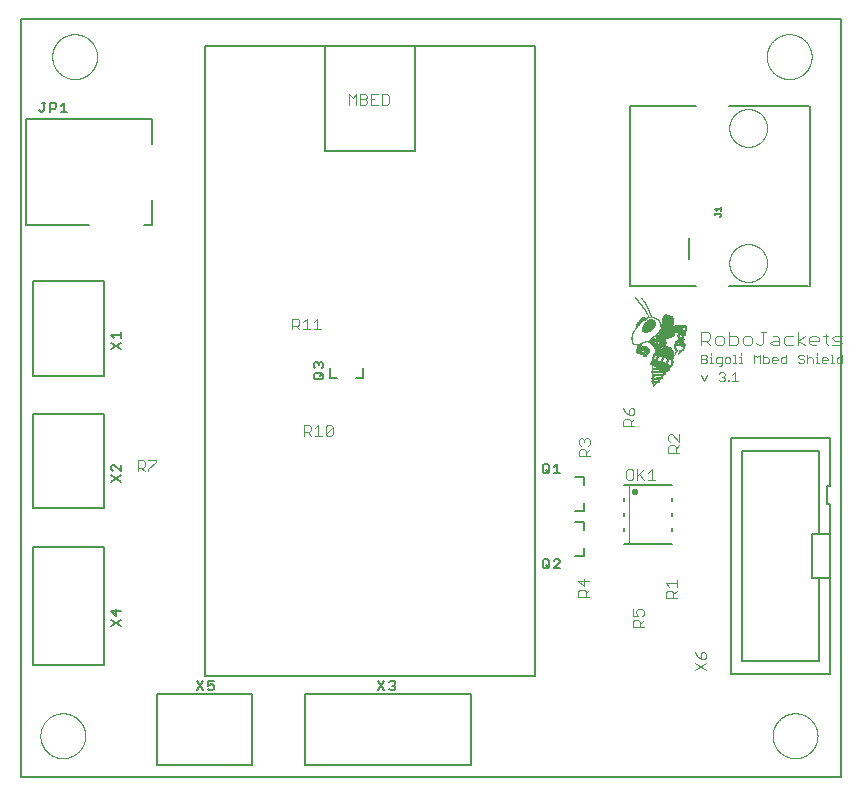
<source format=gto>
G75*
%MOIN*%
%OFA0B0*%
%FSLAX25Y25*%
%IPPOS*%
%LPD*%
%AMOC8*
5,1,8,0,0,1.08239X$1,22.5*
%
%ADD10C,0.00600*%
%ADD11C,0.00000*%
%ADD12C,0.00400*%
%ADD13C,0.00300*%
%ADD14C,0.00500*%
%ADD15C,0.00800*%
%ADD16C,0.02205*%
%ADD17R,0.00120X0.00040*%
%ADD18R,0.00120X0.00040*%
%ADD19R,0.00200X0.00040*%
%ADD20R,0.00200X0.00040*%
%ADD21R,0.00280X0.00040*%
%ADD22R,0.00160X0.00040*%
%ADD23R,0.00120X0.00040*%
%ADD24R,0.00120X0.00040*%
%ADD25R,0.00160X0.00040*%
%ADD26R,0.00080X0.00040*%
%ADD27R,0.00040X0.00040*%
%ADD28R,0.00520X0.00040*%
%ADD29R,0.00840X0.00040*%
%ADD30R,0.01000X0.00040*%
%ADD31R,0.00040X0.00040*%
%ADD32R,0.01480X0.00040*%
%ADD33R,0.01720X0.00040*%
%ADD34R,0.02040X0.00040*%
%ADD35R,0.02200X0.00040*%
%ADD36R,0.02360X0.00040*%
%ADD37R,0.02280X0.00040*%
%ADD38R,0.02360X0.00040*%
%ADD39R,0.02120X0.00040*%
%ADD40R,0.00040X0.00040*%
%ADD41R,0.01680X0.00040*%
%ADD42R,0.00040X0.00040*%
%ADD43R,0.01520X0.00040*%
%ADD44R,0.01160X0.00040*%
%ADD45R,0.00920X0.00040*%
%ADD46R,0.00560X0.00040*%
%ADD47R,0.00320X0.00040*%
%ADD48R,0.00520X0.00040*%
%ADD49R,0.00600X0.00040*%
%ADD50R,0.01440X0.00040*%
%ADD51R,0.01960X0.00040*%
%ADD52R,0.02240X0.00040*%
%ADD53R,0.02760X0.00040*%
%ADD54R,0.03040X0.00040*%
%ADD55R,0.03240X0.00040*%
%ADD56R,0.03320X0.00040*%
%ADD57R,0.03320X0.00040*%
%ADD58R,0.03280X0.00040*%
%ADD59R,0.03040X0.00040*%
%ADD60R,0.02160X0.00040*%
%ADD61R,0.01560X0.00040*%
%ADD62R,0.01320X0.00040*%
%ADD63R,0.00760X0.00040*%
%ADD64R,0.00680X0.00040*%
%ADD65R,0.00280X0.00040*%
%ADD66R,0.00720X0.00040*%
%ADD67R,0.01760X0.00040*%
%ADD68R,0.02840X0.00040*%
%ADD69R,0.03400X0.00040*%
%ADD70R,0.03800X0.00040*%
%ADD71R,0.04200X0.00040*%
%ADD72R,0.04240X0.00040*%
%ADD73R,0.04280X0.00040*%
%ADD74R,0.04280X0.00040*%
%ADD75R,0.04040X0.00040*%
%ADD76R,0.03160X0.00040*%
%ADD77R,0.02840X0.00040*%
%ADD78R,0.02120X0.00040*%
%ADD79R,0.01800X0.00040*%
%ADD80R,0.01120X0.00040*%
%ADD81R,0.00720X0.00040*%
%ADD82R,0.00240X0.00040*%
%ADD83R,0.01440X0.00040*%
%ADD84R,0.01880X0.00040*%
%ADD85R,0.02680X0.00040*%
%ADD86R,0.03080X0.00040*%
%ADD87R,0.03880X0.00040*%
%ADD88R,0.04840X0.00040*%
%ADD89R,0.04960X0.00040*%
%ADD90R,0.04920X0.00040*%
%ADD91R,0.04640X0.00040*%
%ADD92R,0.03840X0.00040*%
%ADD93R,0.01400X0.00040*%
%ADD94R,0.01240X0.00040*%
%ADD95R,0.01400X0.00040*%
%ADD96R,0.01560X0.00040*%
%ADD97R,0.01720X0.00040*%
%ADD98R,0.02160X0.00040*%
%ADD99R,0.00960X0.00040*%
%ADD100R,0.02400X0.00040*%
%ADD101R,0.02440X0.00040*%
%ADD102R,0.02320X0.00040*%
%ADD103R,0.02600X0.00040*%
%ADD104R,0.02840X0.00040*%
%ADD105R,0.05840X0.00040*%
%ADD106R,0.05840X0.00040*%
%ADD107R,0.05880X0.00040*%
%ADD108R,0.05960X0.00040*%
%ADD109R,0.05880X0.00040*%
%ADD110R,0.05280X0.00040*%
%ADD111R,0.04760X0.00040*%
%ADD112R,0.03960X0.00040*%
%ADD113R,0.04000X0.00040*%
%ADD114R,0.04320X0.00040*%
%ADD115R,0.04480X0.00040*%
%ADD116R,0.04520X0.00040*%
%ADD117R,0.04640X0.00040*%
%ADD118R,0.05000X0.00040*%
%ADD119R,0.05080X0.00040*%
%ADD120R,0.05480X0.00040*%
%ADD121R,0.05520X0.00040*%
%ADD122R,0.05680X0.00040*%
%ADD123R,0.05800X0.00040*%
%ADD124R,0.06280X0.00040*%
%ADD125R,0.06240X0.00040*%
%ADD126R,0.00360X0.00040*%
%ADD127R,0.05760X0.00040*%
%ADD128R,0.00400X0.00040*%
%ADD129R,0.05720X0.00040*%
%ADD130R,0.05720X0.00040*%
%ADD131R,0.00440X0.00040*%
%ADD132R,0.00440X0.00040*%
%ADD133R,0.00400X0.00040*%
%ADD134R,0.05720X0.00040*%
%ADD135R,0.00480X0.00040*%
%ADD136R,0.05720X0.00040*%
%ADD137R,0.00440X0.00040*%
%ADD138R,0.00480X0.00040*%
%ADD139R,0.05640X0.00040*%
%ADD140R,0.04720X0.00040*%
%ADD141R,0.04680X0.00040*%
%ADD142R,0.04520X0.00040*%
%ADD143R,0.04440X0.00040*%
%ADD144R,0.00720X0.00040*%
%ADD145R,0.00640X0.00040*%
%ADD146R,0.04080X0.00040*%
%ADD147R,0.03800X0.00040*%
%ADD148R,0.00680X0.00040*%
%ADD149R,0.00520X0.00040*%
%ADD150R,0.03760X0.00040*%
%ADD151R,0.03720X0.00040*%
%ADD152R,0.00320X0.00040*%
%ADD153R,0.02520X0.00040*%
%ADD154R,0.00760X0.00040*%
%ADD155R,0.02080X0.00040*%
%ADD156R,0.01720X0.00040*%
%ADD157R,0.01680X0.00040*%
%ADD158R,0.00840X0.00040*%
%ADD159R,0.01040X0.00040*%
%ADD160R,0.00880X0.00040*%
%ADD161R,0.01000X0.00040*%
%ADD162R,0.01080X0.00040*%
%ADD163R,0.01200X0.00040*%
%ADD164R,0.00640X0.00040*%
%ADD165R,0.00520X0.00040*%
%ADD166R,0.02040X0.00040*%
%ADD167R,0.02000X0.00040*%
%ADD168R,0.00600X0.00040*%
%ADD169R,0.02040X0.00040*%
%ADD170R,0.02480X0.00040*%
%ADD171R,0.02640X0.00040*%
%ADD172R,0.00720X0.00040*%
%ADD173R,0.03120X0.00040*%
%ADD174R,0.03920X0.00040*%
%ADD175R,0.03840X0.00040*%
%ADD176R,0.00080X0.00040*%
%ADD177R,0.01360X0.00040*%
%ADD178R,0.04000X0.00040*%
%ADD179R,0.01480X0.00040*%
%ADD180R,0.00560X0.00040*%
%ADD181R,0.04440X0.00040*%
%ADD182R,0.00360X0.00040*%
%ADD183R,0.04920X0.00040*%
%ADD184R,0.01520X0.00040*%
%ADD185R,0.01600X0.00040*%
%ADD186R,0.04880X0.00040*%
%ADD187R,0.04920X0.00040*%
%ADD188R,0.01640X0.00040*%
%ADD189R,0.05160X0.00040*%
%ADD190R,0.05640X0.00040*%
%ADD191R,0.05480X0.00040*%
%ADD192R,0.00800X0.00040*%
%ADD193R,0.00920X0.00040*%
%ADD194R,0.05240X0.00040*%
%ADD195R,0.00800X0.00040*%
%ADD196R,0.05200X0.00040*%
%ADD197R,0.04760X0.00040*%
%ADD198R,0.01360X0.00040*%
%ADD199R,0.04520X0.00040*%
%ADD200R,0.04360X0.00040*%
%ADD201R,0.04240X0.00040*%
%ADD202R,0.01120X0.00040*%
%ADD203R,0.01160X0.00040*%
%ADD204R,0.00840X0.00040*%
%ADD205R,0.04200X0.00040*%
%ADD206R,0.01920X0.00040*%
%ADD207R,0.02120X0.00040*%
%ADD208R,0.03640X0.00040*%
%ADD209R,0.02880X0.00040*%
%ADD210R,0.00960X0.00040*%
%ADD211R,0.03520X0.00040*%
%ADD212R,0.02400X0.00040*%
%ADD213R,0.02920X0.00040*%
%ADD214R,0.03480X0.00040*%
%ADD215R,0.02520X0.00040*%
%ADD216R,0.03240X0.00040*%
%ADD217R,0.03200X0.00040*%
%ADD218R,0.02720X0.00040*%
%ADD219R,0.02960X0.00040*%
%ADD220R,0.02800X0.00040*%
%ADD221R,0.02920X0.00040*%
%ADD222R,0.00240X0.00040*%
%ADD223R,0.00240X0.00040*%
%ADD224R,0.03120X0.00040*%
%ADD225R,0.00880X0.00040*%
%ADD226R,0.02520X0.00040*%
%ADD227R,0.02040X0.00040*%
%ADD228R,0.02000X0.00040*%
%ADD229R,0.03400X0.00040*%
%ADD230R,0.00320X0.00040*%
%ADD231R,0.02080X0.00040*%
%ADD232R,0.00640X0.00040*%
%ADD233R,0.01320X0.00040*%
%ADD234R,0.04040X0.00040*%
%ADD235R,0.04120X0.00040*%
%ADD236R,0.04440X0.00040*%
%ADD237R,0.03000X0.00040*%
%ADD238R,0.01240X0.00040*%
%ADD239R,0.04600X0.00040*%
%ADD240R,0.03000X0.00040*%
%ADD241R,0.01040X0.00040*%
%ADD242R,0.01120X0.00040*%
%ADD243R,0.01080X0.00040*%
%ADD244R,0.01320X0.00040*%
%ADD245R,0.01280X0.00040*%
%ADD246R,0.00920X0.00040*%
%ADD247R,0.02640X0.00040*%
%ADD248R,0.03720X0.00040*%
%ADD249R,0.02440X0.00040*%
%ADD250R,0.03600X0.00040*%
%ADD251R,0.02240X0.00040*%
%ADD252R,0.01760X0.00040*%
%ADD253R,0.01960X0.00040*%
%ADD254R,0.01640X0.00040*%
%ADD255R,0.02240X0.00040*%
%ADD256R,0.01920X0.00040*%
%ADD257R,0.02640X0.00040*%
%ADD258R,0.01440X0.00040*%
%ADD259R,0.02960X0.00040*%
%ADD260R,0.00440X0.00040*%
%ADD261R,0.03240X0.00040*%
%ADD262R,0.01040X0.00040*%
%ADD263R,0.01840X0.00040*%
%ADD264R,0.00240X0.00040*%
%ADD265R,0.03480X0.00040*%
%ADD266R,0.03560X0.00040*%
%ADD267R,0.02600X0.00040*%
%ADD268R,0.02320X0.00040*%
%ADD269R,0.00920X0.00040*%
%ADD270R,0.00840X0.00040*%
%ADD271R,0.01800X0.00040*%
%ADD272R,0.01240X0.00040*%
%ADD273R,0.01040X0.00040*%
%ADD274R,0.00320X0.00040*%
%ADD275R,0.01720X0.00040*%
%ADD276R,0.02280X0.00040*%
%ADD277R,0.02680X0.00040*%
%ADD278R,0.02440X0.00040*%
%ADD279R,0.01920X0.00040*%
%ADD280R,0.01840X0.00040*%
%ADD281R,0.01880X0.00040*%
%ADD282R,0.03640X0.00040*%
%ADD283R,0.02560X0.00040*%
%ADD284R,0.02640X0.00040*%
%ADD285R,0.01640X0.00040*%
%ADD286R,0.03320X0.00040*%
%ADD287R,0.01640X0.00040*%
%ADD288R,0.04120X0.00040*%
%ADD289R,0.04160X0.00040*%
%ADD290R,0.04560X0.00040*%
%ADD291R,0.04600X0.00040*%
%ADD292R,0.04680X0.00040*%
%ADD293R,0.05000X0.00040*%
%ADD294R,0.05160X0.00040*%
%ADD295R,0.05320X0.00040*%
%ADD296R,0.05320X0.00040*%
%ADD297R,0.05360X0.00040*%
%ADD298R,0.05360X0.00040*%
%ADD299R,0.05400X0.00040*%
%ADD300R,0.05440X0.00040*%
%ADD301R,0.05400X0.00040*%
%ADD302R,0.01520X0.00040*%
%ADD303R,0.05640X0.00040*%
%ADD304R,0.01520X0.00040*%
%ADD305R,0.06120X0.00040*%
%ADD306R,0.04840X0.00040*%
%ADD307R,0.01320X0.00040*%
%ADD308R,0.05040X0.00040*%
%ADD309R,0.06200X0.00040*%
%ADD310R,0.06440X0.00040*%
%ADD311R,0.06480X0.00040*%
%ADD312R,0.06520X0.00040*%
%ADD313R,0.06560X0.00040*%
%ADD314R,0.06600X0.00040*%
%ADD315R,0.02880X0.00040*%
%ADD316R,0.06520X0.00040*%
%ADD317R,0.06600X0.00040*%
%ADD318R,0.03120X0.00040*%
%ADD319R,0.03160X0.00040*%
%ADD320R,0.05800X0.00040*%
%ADD321R,0.07360X0.00040*%
%ADD322R,0.07240X0.00040*%
%ADD323R,0.03360X0.00040*%
%ADD324R,0.07280X0.00040*%
%ADD325R,0.07160X0.00040*%
%ADD326R,0.03440X0.00040*%
%ADD327R,0.07160X0.00040*%
%ADD328R,0.07120X0.00040*%
%ADD329R,0.03520X0.00040*%
%ADD330R,0.03600X0.00040*%
%ADD331R,0.03720X0.00040*%
%ADD332R,0.04400X0.00040*%
%ADD333R,0.03760X0.00040*%
%ADD334R,0.05280X0.00040*%
%ADD335R,0.06040X0.00040*%
%ADD336R,0.03880X0.00040*%
%ADD337R,0.07120X0.00040*%
%ADD338R,0.03920X0.00040*%
%ADD339R,0.07200X0.00040*%
%ADD340R,0.07320X0.00040*%
%ADD341R,0.07440X0.00040*%
%ADD342R,0.08520X0.00040*%
%ADD343R,0.08440X0.00040*%
%ADD344R,0.08480X0.00040*%
%ADD345R,0.03960X0.00040*%
%ADD346R,0.03840X0.00040*%
%ADD347R,0.02520X0.00040*%
%ADD348R,0.03920X0.00040*%
%ADD349R,0.04120X0.00040*%
%ADD350R,0.01280X0.00040*%
%ADD351R,0.03680X0.00040*%
%ADD352R,0.03520X0.00040*%
%ADD353R,0.03560X0.00040*%
%ADD354R,0.03080X0.00040*%
%ADD355R,0.02760X0.00040*%
%ADD356R,0.04160X0.00040*%
%ADD357R,0.04120X0.00040*%
%ADD358R,0.04040X0.00040*%
%ADD359R,0.04040X0.00040*%
%ADD360R,0.01840X0.00040*%
%ADD361R,0.02920X0.00040*%
D10*
X0015315Y0001300D02*
X0015315Y0253859D01*
X0288346Y0253859D01*
X0288346Y0001300D01*
X0015315Y0001300D01*
X0216268Y0078898D02*
X0217952Y0078898D01*
X0232236Y0078898D01*
X0232252Y0083202D02*
X0232252Y0084202D01*
X0232252Y0088202D02*
X0232252Y0089202D01*
X0232252Y0093202D02*
X0232252Y0094202D01*
X0232236Y0098505D02*
X0217952Y0098505D01*
X0216268Y0098505D01*
X0216252Y0094202D02*
X0216252Y0093202D01*
X0216252Y0089202D02*
X0216252Y0088202D01*
X0216252Y0084202D02*
X0216252Y0083202D01*
D11*
X0265709Y0015080D02*
X0265711Y0015264D01*
X0265718Y0015447D01*
X0265729Y0015630D01*
X0265745Y0015813D01*
X0265765Y0015996D01*
X0265790Y0016178D01*
X0265819Y0016359D01*
X0265853Y0016539D01*
X0265891Y0016719D01*
X0265933Y0016897D01*
X0265980Y0017075D01*
X0266031Y0017251D01*
X0266087Y0017426D01*
X0266146Y0017600D01*
X0266210Y0017772D01*
X0266278Y0017942D01*
X0266351Y0018111D01*
X0266427Y0018278D01*
X0266508Y0018443D01*
X0266592Y0018606D01*
X0266681Y0018767D01*
X0266773Y0018925D01*
X0266869Y0019082D01*
X0266970Y0019236D01*
X0267073Y0019387D01*
X0267181Y0019536D01*
X0267292Y0019682D01*
X0267407Y0019825D01*
X0267525Y0019966D01*
X0267647Y0020103D01*
X0267772Y0020238D01*
X0267900Y0020369D01*
X0268031Y0020497D01*
X0268166Y0020622D01*
X0268303Y0020744D01*
X0268444Y0020862D01*
X0268587Y0020977D01*
X0268733Y0021088D01*
X0268882Y0021196D01*
X0269033Y0021299D01*
X0269187Y0021400D01*
X0269344Y0021496D01*
X0269502Y0021588D01*
X0269663Y0021677D01*
X0269826Y0021761D01*
X0269991Y0021842D01*
X0270158Y0021918D01*
X0270327Y0021991D01*
X0270497Y0022059D01*
X0270669Y0022123D01*
X0270843Y0022182D01*
X0271018Y0022238D01*
X0271194Y0022289D01*
X0271372Y0022336D01*
X0271550Y0022378D01*
X0271730Y0022416D01*
X0271910Y0022450D01*
X0272091Y0022479D01*
X0272273Y0022504D01*
X0272456Y0022524D01*
X0272639Y0022540D01*
X0272822Y0022551D01*
X0273005Y0022558D01*
X0273189Y0022560D01*
X0273373Y0022558D01*
X0273556Y0022551D01*
X0273739Y0022540D01*
X0273922Y0022524D01*
X0274105Y0022504D01*
X0274287Y0022479D01*
X0274468Y0022450D01*
X0274648Y0022416D01*
X0274828Y0022378D01*
X0275006Y0022336D01*
X0275184Y0022289D01*
X0275360Y0022238D01*
X0275535Y0022182D01*
X0275709Y0022123D01*
X0275881Y0022059D01*
X0276051Y0021991D01*
X0276220Y0021918D01*
X0276387Y0021842D01*
X0276552Y0021761D01*
X0276715Y0021677D01*
X0276876Y0021588D01*
X0277034Y0021496D01*
X0277191Y0021400D01*
X0277345Y0021299D01*
X0277496Y0021196D01*
X0277645Y0021088D01*
X0277791Y0020977D01*
X0277934Y0020862D01*
X0278075Y0020744D01*
X0278212Y0020622D01*
X0278347Y0020497D01*
X0278478Y0020369D01*
X0278606Y0020238D01*
X0278731Y0020103D01*
X0278853Y0019966D01*
X0278971Y0019825D01*
X0279086Y0019682D01*
X0279197Y0019536D01*
X0279305Y0019387D01*
X0279408Y0019236D01*
X0279509Y0019082D01*
X0279605Y0018925D01*
X0279697Y0018767D01*
X0279786Y0018606D01*
X0279870Y0018443D01*
X0279951Y0018278D01*
X0280027Y0018111D01*
X0280100Y0017942D01*
X0280168Y0017772D01*
X0280232Y0017600D01*
X0280291Y0017426D01*
X0280347Y0017251D01*
X0280398Y0017075D01*
X0280445Y0016897D01*
X0280487Y0016719D01*
X0280525Y0016539D01*
X0280559Y0016359D01*
X0280588Y0016178D01*
X0280613Y0015996D01*
X0280633Y0015813D01*
X0280649Y0015630D01*
X0280660Y0015447D01*
X0280667Y0015264D01*
X0280669Y0015080D01*
X0280667Y0014896D01*
X0280660Y0014713D01*
X0280649Y0014530D01*
X0280633Y0014347D01*
X0280613Y0014164D01*
X0280588Y0013982D01*
X0280559Y0013801D01*
X0280525Y0013621D01*
X0280487Y0013441D01*
X0280445Y0013263D01*
X0280398Y0013085D01*
X0280347Y0012909D01*
X0280291Y0012734D01*
X0280232Y0012560D01*
X0280168Y0012388D01*
X0280100Y0012218D01*
X0280027Y0012049D01*
X0279951Y0011882D01*
X0279870Y0011717D01*
X0279786Y0011554D01*
X0279697Y0011393D01*
X0279605Y0011235D01*
X0279509Y0011078D01*
X0279408Y0010924D01*
X0279305Y0010773D01*
X0279197Y0010624D01*
X0279086Y0010478D01*
X0278971Y0010335D01*
X0278853Y0010194D01*
X0278731Y0010057D01*
X0278606Y0009922D01*
X0278478Y0009791D01*
X0278347Y0009663D01*
X0278212Y0009538D01*
X0278075Y0009416D01*
X0277934Y0009298D01*
X0277791Y0009183D01*
X0277645Y0009072D01*
X0277496Y0008964D01*
X0277345Y0008861D01*
X0277191Y0008760D01*
X0277034Y0008664D01*
X0276876Y0008572D01*
X0276715Y0008483D01*
X0276552Y0008399D01*
X0276387Y0008318D01*
X0276220Y0008242D01*
X0276051Y0008169D01*
X0275881Y0008101D01*
X0275709Y0008037D01*
X0275535Y0007978D01*
X0275360Y0007922D01*
X0275184Y0007871D01*
X0275006Y0007824D01*
X0274828Y0007782D01*
X0274648Y0007744D01*
X0274468Y0007710D01*
X0274287Y0007681D01*
X0274105Y0007656D01*
X0273922Y0007636D01*
X0273739Y0007620D01*
X0273556Y0007609D01*
X0273373Y0007602D01*
X0273189Y0007600D01*
X0273005Y0007602D01*
X0272822Y0007609D01*
X0272639Y0007620D01*
X0272456Y0007636D01*
X0272273Y0007656D01*
X0272091Y0007681D01*
X0271910Y0007710D01*
X0271730Y0007744D01*
X0271550Y0007782D01*
X0271372Y0007824D01*
X0271194Y0007871D01*
X0271018Y0007922D01*
X0270843Y0007978D01*
X0270669Y0008037D01*
X0270497Y0008101D01*
X0270327Y0008169D01*
X0270158Y0008242D01*
X0269991Y0008318D01*
X0269826Y0008399D01*
X0269663Y0008483D01*
X0269502Y0008572D01*
X0269344Y0008664D01*
X0269187Y0008760D01*
X0269033Y0008861D01*
X0268882Y0008964D01*
X0268733Y0009072D01*
X0268587Y0009183D01*
X0268444Y0009298D01*
X0268303Y0009416D01*
X0268166Y0009538D01*
X0268031Y0009663D01*
X0267900Y0009791D01*
X0267772Y0009922D01*
X0267647Y0010057D01*
X0267525Y0010194D01*
X0267407Y0010335D01*
X0267292Y0010478D01*
X0267181Y0010624D01*
X0267073Y0010773D01*
X0266970Y0010924D01*
X0266869Y0011078D01*
X0266773Y0011235D01*
X0266681Y0011393D01*
X0266592Y0011554D01*
X0266508Y0011717D01*
X0266427Y0011882D01*
X0266351Y0012049D01*
X0266278Y0012218D01*
X0266210Y0012388D01*
X0266146Y0012560D01*
X0266087Y0012734D01*
X0266031Y0012909D01*
X0265980Y0013085D01*
X0265933Y0013263D01*
X0265891Y0013441D01*
X0265853Y0013621D01*
X0265819Y0013801D01*
X0265790Y0013982D01*
X0265765Y0014164D01*
X0265745Y0014347D01*
X0265729Y0014530D01*
X0265718Y0014713D01*
X0265711Y0014896D01*
X0265709Y0015080D01*
X0251240Y0172658D02*
X0251242Y0172816D01*
X0251248Y0172974D01*
X0251258Y0173132D01*
X0251272Y0173290D01*
X0251290Y0173447D01*
X0251311Y0173604D01*
X0251337Y0173760D01*
X0251367Y0173916D01*
X0251400Y0174071D01*
X0251438Y0174224D01*
X0251479Y0174377D01*
X0251524Y0174529D01*
X0251573Y0174680D01*
X0251626Y0174829D01*
X0251682Y0174977D01*
X0251742Y0175123D01*
X0251806Y0175268D01*
X0251874Y0175411D01*
X0251945Y0175553D01*
X0252019Y0175693D01*
X0252097Y0175830D01*
X0252179Y0175966D01*
X0252263Y0176100D01*
X0252352Y0176231D01*
X0252443Y0176360D01*
X0252538Y0176487D01*
X0252635Y0176612D01*
X0252736Y0176734D01*
X0252840Y0176853D01*
X0252947Y0176970D01*
X0253057Y0177084D01*
X0253170Y0177195D01*
X0253285Y0177304D01*
X0253403Y0177409D01*
X0253524Y0177511D01*
X0253647Y0177611D01*
X0253773Y0177707D01*
X0253901Y0177800D01*
X0254031Y0177890D01*
X0254164Y0177976D01*
X0254299Y0178060D01*
X0254435Y0178139D01*
X0254574Y0178216D01*
X0254715Y0178288D01*
X0254857Y0178358D01*
X0255001Y0178423D01*
X0255147Y0178485D01*
X0255294Y0178543D01*
X0255443Y0178598D01*
X0255593Y0178649D01*
X0255744Y0178696D01*
X0255896Y0178739D01*
X0256049Y0178778D01*
X0256204Y0178814D01*
X0256359Y0178845D01*
X0256515Y0178873D01*
X0256671Y0178897D01*
X0256828Y0178917D01*
X0256986Y0178933D01*
X0257143Y0178945D01*
X0257302Y0178953D01*
X0257460Y0178957D01*
X0257618Y0178957D01*
X0257776Y0178953D01*
X0257935Y0178945D01*
X0258092Y0178933D01*
X0258250Y0178917D01*
X0258407Y0178897D01*
X0258563Y0178873D01*
X0258719Y0178845D01*
X0258874Y0178814D01*
X0259029Y0178778D01*
X0259182Y0178739D01*
X0259334Y0178696D01*
X0259485Y0178649D01*
X0259635Y0178598D01*
X0259784Y0178543D01*
X0259931Y0178485D01*
X0260077Y0178423D01*
X0260221Y0178358D01*
X0260363Y0178288D01*
X0260504Y0178216D01*
X0260643Y0178139D01*
X0260779Y0178060D01*
X0260914Y0177976D01*
X0261047Y0177890D01*
X0261177Y0177800D01*
X0261305Y0177707D01*
X0261431Y0177611D01*
X0261554Y0177511D01*
X0261675Y0177409D01*
X0261793Y0177304D01*
X0261908Y0177195D01*
X0262021Y0177084D01*
X0262131Y0176970D01*
X0262238Y0176853D01*
X0262342Y0176734D01*
X0262443Y0176612D01*
X0262540Y0176487D01*
X0262635Y0176360D01*
X0262726Y0176231D01*
X0262815Y0176100D01*
X0262899Y0175966D01*
X0262981Y0175830D01*
X0263059Y0175693D01*
X0263133Y0175553D01*
X0263204Y0175411D01*
X0263272Y0175268D01*
X0263336Y0175123D01*
X0263396Y0174977D01*
X0263452Y0174829D01*
X0263505Y0174680D01*
X0263554Y0174529D01*
X0263599Y0174377D01*
X0263640Y0174224D01*
X0263678Y0174071D01*
X0263711Y0173916D01*
X0263741Y0173760D01*
X0263767Y0173604D01*
X0263788Y0173447D01*
X0263806Y0173290D01*
X0263820Y0173132D01*
X0263830Y0172974D01*
X0263836Y0172816D01*
X0263838Y0172658D01*
X0263836Y0172500D01*
X0263830Y0172342D01*
X0263820Y0172184D01*
X0263806Y0172026D01*
X0263788Y0171869D01*
X0263767Y0171712D01*
X0263741Y0171556D01*
X0263711Y0171400D01*
X0263678Y0171245D01*
X0263640Y0171092D01*
X0263599Y0170939D01*
X0263554Y0170787D01*
X0263505Y0170636D01*
X0263452Y0170487D01*
X0263396Y0170339D01*
X0263336Y0170193D01*
X0263272Y0170048D01*
X0263204Y0169905D01*
X0263133Y0169763D01*
X0263059Y0169623D01*
X0262981Y0169486D01*
X0262899Y0169350D01*
X0262815Y0169216D01*
X0262726Y0169085D01*
X0262635Y0168956D01*
X0262540Y0168829D01*
X0262443Y0168704D01*
X0262342Y0168582D01*
X0262238Y0168463D01*
X0262131Y0168346D01*
X0262021Y0168232D01*
X0261908Y0168121D01*
X0261793Y0168012D01*
X0261675Y0167907D01*
X0261554Y0167805D01*
X0261431Y0167705D01*
X0261305Y0167609D01*
X0261177Y0167516D01*
X0261047Y0167426D01*
X0260914Y0167340D01*
X0260779Y0167256D01*
X0260643Y0167177D01*
X0260504Y0167100D01*
X0260363Y0167028D01*
X0260221Y0166958D01*
X0260077Y0166893D01*
X0259931Y0166831D01*
X0259784Y0166773D01*
X0259635Y0166718D01*
X0259485Y0166667D01*
X0259334Y0166620D01*
X0259182Y0166577D01*
X0259029Y0166538D01*
X0258874Y0166502D01*
X0258719Y0166471D01*
X0258563Y0166443D01*
X0258407Y0166419D01*
X0258250Y0166399D01*
X0258092Y0166383D01*
X0257935Y0166371D01*
X0257776Y0166363D01*
X0257618Y0166359D01*
X0257460Y0166359D01*
X0257302Y0166363D01*
X0257143Y0166371D01*
X0256986Y0166383D01*
X0256828Y0166399D01*
X0256671Y0166419D01*
X0256515Y0166443D01*
X0256359Y0166471D01*
X0256204Y0166502D01*
X0256049Y0166538D01*
X0255896Y0166577D01*
X0255744Y0166620D01*
X0255593Y0166667D01*
X0255443Y0166718D01*
X0255294Y0166773D01*
X0255147Y0166831D01*
X0255001Y0166893D01*
X0254857Y0166958D01*
X0254715Y0167028D01*
X0254574Y0167100D01*
X0254435Y0167177D01*
X0254299Y0167256D01*
X0254164Y0167340D01*
X0254031Y0167426D01*
X0253901Y0167516D01*
X0253773Y0167609D01*
X0253647Y0167705D01*
X0253524Y0167805D01*
X0253403Y0167907D01*
X0253285Y0168012D01*
X0253170Y0168121D01*
X0253057Y0168232D01*
X0252947Y0168346D01*
X0252840Y0168463D01*
X0252736Y0168582D01*
X0252635Y0168704D01*
X0252538Y0168829D01*
X0252443Y0168956D01*
X0252352Y0169085D01*
X0252263Y0169216D01*
X0252179Y0169350D01*
X0252097Y0169486D01*
X0252019Y0169623D01*
X0251945Y0169763D01*
X0251874Y0169905D01*
X0251806Y0170048D01*
X0251742Y0170193D01*
X0251682Y0170339D01*
X0251626Y0170487D01*
X0251573Y0170636D01*
X0251524Y0170787D01*
X0251479Y0170939D01*
X0251438Y0171092D01*
X0251400Y0171245D01*
X0251367Y0171400D01*
X0251337Y0171556D01*
X0251311Y0171712D01*
X0251290Y0171869D01*
X0251272Y0172026D01*
X0251258Y0172184D01*
X0251248Y0172342D01*
X0251242Y0172500D01*
X0251240Y0172658D01*
X0251240Y0217658D02*
X0251242Y0217816D01*
X0251248Y0217974D01*
X0251258Y0218132D01*
X0251272Y0218290D01*
X0251290Y0218447D01*
X0251311Y0218604D01*
X0251337Y0218760D01*
X0251367Y0218916D01*
X0251400Y0219071D01*
X0251438Y0219224D01*
X0251479Y0219377D01*
X0251524Y0219529D01*
X0251573Y0219680D01*
X0251626Y0219829D01*
X0251682Y0219977D01*
X0251742Y0220123D01*
X0251806Y0220268D01*
X0251874Y0220411D01*
X0251945Y0220553D01*
X0252019Y0220693D01*
X0252097Y0220830D01*
X0252179Y0220966D01*
X0252263Y0221100D01*
X0252352Y0221231D01*
X0252443Y0221360D01*
X0252538Y0221487D01*
X0252635Y0221612D01*
X0252736Y0221734D01*
X0252840Y0221853D01*
X0252947Y0221970D01*
X0253057Y0222084D01*
X0253170Y0222195D01*
X0253285Y0222304D01*
X0253403Y0222409D01*
X0253524Y0222511D01*
X0253647Y0222611D01*
X0253773Y0222707D01*
X0253901Y0222800D01*
X0254031Y0222890D01*
X0254164Y0222976D01*
X0254299Y0223060D01*
X0254435Y0223139D01*
X0254574Y0223216D01*
X0254715Y0223288D01*
X0254857Y0223358D01*
X0255001Y0223423D01*
X0255147Y0223485D01*
X0255294Y0223543D01*
X0255443Y0223598D01*
X0255593Y0223649D01*
X0255744Y0223696D01*
X0255896Y0223739D01*
X0256049Y0223778D01*
X0256204Y0223814D01*
X0256359Y0223845D01*
X0256515Y0223873D01*
X0256671Y0223897D01*
X0256828Y0223917D01*
X0256986Y0223933D01*
X0257143Y0223945D01*
X0257302Y0223953D01*
X0257460Y0223957D01*
X0257618Y0223957D01*
X0257776Y0223953D01*
X0257935Y0223945D01*
X0258092Y0223933D01*
X0258250Y0223917D01*
X0258407Y0223897D01*
X0258563Y0223873D01*
X0258719Y0223845D01*
X0258874Y0223814D01*
X0259029Y0223778D01*
X0259182Y0223739D01*
X0259334Y0223696D01*
X0259485Y0223649D01*
X0259635Y0223598D01*
X0259784Y0223543D01*
X0259931Y0223485D01*
X0260077Y0223423D01*
X0260221Y0223358D01*
X0260363Y0223288D01*
X0260504Y0223216D01*
X0260643Y0223139D01*
X0260779Y0223060D01*
X0260914Y0222976D01*
X0261047Y0222890D01*
X0261177Y0222800D01*
X0261305Y0222707D01*
X0261431Y0222611D01*
X0261554Y0222511D01*
X0261675Y0222409D01*
X0261793Y0222304D01*
X0261908Y0222195D01*
X0262021Y0222084D01*
X0262131Y0221970D01*
X0262238Y0221853D01*
X0262342Y0221734D01*
X0262443Y0221612D01*
X0262540Y0221487D01*
X0262635Y0221360D01*
X0262726Y0221231D01*
X0262815Y0221100D01*
X0262899Y0220966D01*
X0262981Y0220830D01*
X0263059Y0220693D01*
X0263133Y0220553D01*
X0263204Y0220411D01*
X0263272Y0220268D01*
X0263336Y0220123D01*
X0263396Y0219977D01*
X0263452Y0219829D01*
X0263505Y0219680D01*
X0263554Y0219529D01*
X0263599Y0219377D01*
X0263640Y0219224D01*
X0263678Y0219071D01*
X0263711Y0218916D01*
X0263741Y0218760D01*
X0263767Y0218604D01*
X0263788Y0218447D01*
X0263806Y0218290D01*
X0263820Y0218132D01*
X0263830Y0217974D01*
X0263836Y0217816D01*
X0263838Y0217658D01*
X0263836Y0217500D01*
X0263830Y0217342D01*
X0263820Y0217184D01*
X0263806Y0217026D01*
X0263788Y0216869D01*
X0263767Y0216712D01*
X0263741Y0216556D01*
X0263711Y0216400D01*
X0263678Y0216245D01*
X0263640Y0216092D01*
X0263599Y0215939D01*
X0263554Y0215787D01*
X0263505Y0215636D01*
X0263452Y0215487D01*
X0263396Y0215339D01*
X0263336Y0215193D01*
X0263272Y0215048D01*
X0263204Y0214905D01*
X0263133Y0214763D01*
X0263059Y0214623D01*
X0262981Y0214486D01*
X0262899Y0214350D01*
X0262815Y0214216D01*
X0262726Y0214085D01*
X0262635Y0213956D01*
X0262540Y0213829D01*
X0262443Y0213704D01*
X0262342Y0213582D01*
X0262238Y0213463D01*
X0262131Y0213346D01*
X0262021Y0213232D01*
X0261908Y0213121D01*
X0261793Y0213012D01*
X0261675Y0212907D01*
X0261554Y0212805D01*
X0261431Y0212705D01*
X0261305Y0212609D01*
X0261177Y0212516D01*
X0261047Y0212426D01*
X0260914Y0212340D01*
X0260779Y0212256D01*
X0260643Y0212177D01*
X0260504Y0212100D01*
X0260363Y0212028D01*
X0260221Y0211958D01*
X0260077Y0211893D01*
X0259931Y0211831D01*
X0259784Y0211773D01*
X0259635Y0211718D01*
X0259485Y0211667D01*
X0259334Y0211620D01*
X0259182Y0211577D01*
X0259029Y0211538D01*
X0258874Y0211502D01*
X0258719Y0211471D01*
X0258563Y0211443D01*
X0258407Y0211419D01*
X0258250Y0211399D01*
X0258092Y0211383D01*
X0257935Y0211371D01*
X0257776Y0211363D01*
X0257618Y0211359D01*
X0257460Y0211359D01*
X0257302Y0211363D01*
X0257143Y0211371D01*
X0256986Y0211383D01*
X0256828Y0211399D01*
X0256671Y0211419D01*
X0256515Y0211443D01*
X0256359Y0211471D01*
X0256204Y0211502D01*
X0256049Y0211538D01*
X0255896Y0211577D01*
X0255744Y0211620D01*
X0255593Y0211667D01*
X0255443Y0211718D01*
X0255294Y0211773D01*
X0255147Y0211831D01*
X0255001Y0211893D01*
X0254857Y0211958D01*
X0254715Y0212028D01*
X0254574Y0212100D01*
X0254435Y0212177D01*
X0254299Y0212256D01*
X0254164Y0212340D01*
X0254031Y0212426D01*
X0253901Y0212516D01*
X0253773Y0212609D01*
X0253647Y0212705D01*
X0253524Y0212805D01*
X0253403Y0212907D01*
X0253285Y0213012D01*
X0253170Y0213121D01*
X0253057Y0213232D01*
X0252947Y0213346D01*
X0252840Y0213463D01*
X0252736Y0213582D01*
X0252635Y0213704D01*
X0252538Y0213829D01*
X0252443Y0213956D01*
X0252352Y0214085D01*
X0252263Y0214216D01*
X0252179Y0214350D01*
X0252097Y0214486D01*
X0252019Y0214623D01*
X0251945Y0214763D01*
X0251874Y0214905D01*
X0251806Y0215048D01*
X0251742Y0215193D01*
X0251682Y0215339D01*
X0251626Y0215487D01*
X0251573Y0215636D01*
X0251524Y0215787D01*
X0251479Y0215939D01*
X0251438Y0216092D01*
X0251400Y0216245D01*
X0251367Y0216400D01*
X0251337Y0216556D01*
X0251311Y0216712D01*
X0251290Y0216869D01*
X0251272Y0217026D01*
X0251258Y0217184D01*
X0251248Y0217342D01*
X0251242Y0217500D01*
X0251240Y0217658D01*
X0263740Y0241457D02*
X0263742Y0241641D01*
X0263749Y0241824D01*
X0263760Y0242007D01*
X0263776Y0242190D01*
X0263796Y0242373D01*
X0263821Y0242555D01*
X0263850Y0242736D01*
X0263884Y0242916D01*
X0263922Y0243096D01*
X0263964Y0243274D01*
X0264011Y0243452D01*
X0264062Y0243628D01*
X0264118Y0243803D01*
X0264177Y0243977D01*
X0264241Y0244149D01*
X0264309Y0244319D01*
X0264382Y0244488D01*
X0264458Y0244655D01*
X0264539Y0244820D01*
X0264623Y0244983D01*
X0264712Y0245144D01*
X0264804Y0245302D01*
X0264900Y0245459D01*
X0265001Y0245613D01*
X0265104Y0245764D01*
X0265212Y0245913D01*
X0265323Y0246059D01*
X0265438Y0246202D01*
X0265556Y0246343D01*
X0265678Y0246480D01*
X0265803Y0246615D01*
X0265931Y0246746D01*
X0266062Y0246874D01*
X0266197Y0246999D01*
X0266334Y0247121D01*
X0266475Y0247239D01*
X0266618Y0247354D01*
X0266764Y0247465D01*
X0266913Y0247573D01*
X0267064Y0247676D01*
X0267218Y0247777D01*
X0267375Y0247873D01*
X0267533Y0247965D01*
X0267694Y0248054D01*
X0267857Y0248138D01*
X0268022Y0248219D01*
X0268189Y0248295D01*
X0268358Y0248368D01*
X0268528Y0248436D01*
X0268700Y0248500D01*
X0268874Y0248559D01*
X0269049Y0248615D01*
X0269225Y0248666D01*
X0269403Y0248713D01*
X0269581Y0248755D01*
X0269761Y0248793D01*
X0269941Y0248827D01*
X0270122Y0248856D01*
X0270304Y0248881D01*
X0270487Y0248901D01*
X0270670Y0248917D01*
X0270853Y0248928D01*
X0271036Y0248935D01*
X0271220Y0248937D01*
X0271404Y0248935D01*
X0271587Y0248928D01*
X0271770Y0248917D01*
X0271953Y0248901D01*
X0272136Y0248881D01*
X0272318Y0248856D01*
X0272499Y0248827D01*
X0272679Y0248793D01*
X0272859Y0248755D01*
X0273037Y0248713D01*
X0273215Y0248666D01*
X0273391Y0248615D01*
X0273566Y0248559D01*
X0273740Y0248500D01*
X0273912Y0248436D01*
X0274082Y0248368D01*
X0274251Y0248295D01*
X0274418Y0248219D01*
X0274583Y0248138D01*
X0274746Y0248054D01*
X0274907Y0247965D01*
X0275065Y0247873D01*
X0275222Y0247777D01*
X0275376Y0247676D01*
X0275527Y0247573D01*
X0275676Y0247465D01*
X0275822Y0247354D01*
X0275965Y0247239D01*
X0276106Y0247121D01*
X0276243Y0246999D01*
X0276378Y0246874D01*
X0276509Y0246746D01*
X0276637Y0246615D01*
X0276762Y0246480D01*
X0276884Y0246343D01*
X0277002Y0246202D01*
X0277117Y0246059D01*
X0277228Y0245913D01*
X0277336Y0245764D01*
X0277439Y0245613D01*
X0277540Y0245459D01*
X0277636Y0245302D01*
X0277728Y0245144D01*
X0277817Y0244983D01*
X0277901Y0244820D01*
X0277982Y0244655D01*
X0278058Y0244488D01*
X0278131Y0244319D01*
X0278199Y0244149D01*
X0278263Y0243977D01*
X0278322Y0243803D01*
X0278378Y0243628D01*
X0278429Y0243452D01*
X0278476Y0243274D01*
X0278518Y0243096D01*
X0278556Y0242916D01*
X0278590Y0242736D01*
X0278619Y0242555D01*
X0278644Y0242373D01*
X0278664Y0242190D01*
X0278680Y0242007D01*
X0278691Y0241824D01*
X0278698Y0241641D01*
X0278700Y0241457D01*
X0278698Y0241273D01*
X0278691Y0241090D01*
X0278680Y0240907D01*
X0278664Y0240724D01*
X0278644Y0240541D01*
X0278619Y0240359D01*
X0278590Y0240178D01*
X0278556Y0239998D01*
X0278518Y0239818D01*
X0278476Y0239640D01*
X0278429Y0239462D01*
X0278378Y0239286D01*
X0278322Y0239111D01*
X0278263Y0238937D01*
X0278199Y0238765D01*
X0278131Y0238595D01*
X0278058Y0238426D01*
X0277982Y0238259D01*
X0277901Y0238094D01*
X0277817Y0237931D01*
X0277728Y0237770D01*
X0277636Y0237612D01*
X0277540Y0237455D01*
X0277439Y0237301D01*
X0277336Y0237150D01*
X0277228Y0237001D01*
X0277117Y0236855D01*
X0277002Y0236712D01*
X0276884Y0236571D01*
X0276762Y0236434D01*
X0276637Y0236299D01*
X0276509Y0236168D01*
X0276378Y0236040D01*
X0276243Y0235915D01*
X0276106Y0235793D01*
X0275965Y0235675D01*
X0275822Y0235560D01*
X0275676Y0235449D01*
X0275527Y0235341D01*
X0275376Y0235238D01*
X0275222Y0235137D01*
X0275065Y0235041D01*
X0274907Y0234949D01*
X0274746Y0234860D01*
X0274583Y0234776D01*
X0274418Y0234695D01*
X0274251Y0234619D01*
X0274082Y0234546D01*
X0273912Y0234478D01*
X0273740Y0234414D01*
X0273566Y0234355D01*
X0273391Y0234299D01*
X0273215Y0234248D01*
X0273037Y0234201D01*
X0272859Y0234159D01*
X0272679Y0234121D01*
X0272499Y0234087D01*
X0272318Y0234058D01*
X0272136Y0234033D01*
X0271953Y0234013D01*
X0271770Y0233997D01*
X0271587Y0233986D01*
X0271404Y0233979D01*
X0271220Y0233977D01*
X0271036Y0233979D01*
X0270853Y0233986D01*
X0270670Y0233997D01*
X0270487Y0234013D01*
X0270304Y0234033D01*
X0270122Y0234058D01*
X0269941Y0234087D01*
X0269761Y0234121D01*
X0269581Y0234159D01*
X0269403Y0234201D01*
X0269225Y0234248D01*
X0269049Y0234299D01*
X0268874Y0234355D01*
X0268700Y0234414D01*
X0268528Y0234478D01*
X0268358Y0234546D01*
X0268189Y0234619D01*
X0268022Y0234695D01*
X0267857Y0234776D01*
X0267694Y0234860D01*
X0267533Y0234949D01*
X0267375Y0235041D01*
X0267218Y0235137D01*
X0267064Y0235238D01*
X0266913Y0235341D01*
X0266764Y0235449D01*
X0266618Y0235560D01*
X0266475Y0235675D01*
X0266334Y0235793D01*
X0266197Y0235915D01*
X0266062Y0236040D01*
X0265931Y0236168D01*
X0265803Y0236299D01*
X0265678Y0236434D01*
X0265556Y0236571D01*
X0265438Y0236712D01*
X0265323Y0236855D01*
X0265212Y0237001D01*
X0265104Y0237150D01*
X0265001Y0237301D01*
X0264900Y0237455D01*
X0264804Y0237612D01*
X0264712Y0237770D01*
X0264623Y0237931D01*
X0264539Y0238094D01*
X0264458Y0238259D01*
X0264382Y0238426D01*
X0264309Y0238595D01*
X0264241Y0238765D01*
X0264177Y0238937D01*
X0264118Y0239111D01*
X0264062Y0239286D01*
X0264011Y0239462D01*
X0263964Y0239640D01*
X0263922Y0239818D01*
X0263884Y0239998D01*
X0263850Y0240178D01*
X0263821Y0240359D01*
X0263796Y0240541D01*
X0263776Y0240724D01*
X0263760Y0240907D01*
X0263749Y0241090D01*
X0263742Y0241273D01*
X0263740Y0241457D01*
X0025551Y0241457D02*
X0025553Y0241641D01*
X0025560Y0241824D01*
X0025571Y0242007D01*
X0025587Y0242190D01*
X0025607Y0242373D01*
X0025632Y0242555D01*
X0025661Y0242736D01*
X0025695Y0242916D01*
X0025733Y0243096D01*
X0025775Y0243274D01*
X0025822Y0243452D01*
X0025873Y0243628D01*
X0025929Y0243803D01*
X0025988Y0243977D01*
X0026052Y0244149D01*
X0026120Y0244319D01*
X0026193Y0244488D01*
X0026269Y0244655D01*
X0026350Y0244820D01*
X0026434Y0244983D01*
X0026523Y0245144D01*
X0026615Y0245302D01*
X0026711Y0245459D01*
X0026812Y0245613D01*
X0026915Y0245764D01*
X0027023Y0245913D01*
X0027134Y0246059D01*
X0027249Y0246202D01*
X0027367Y0246343D01*
X0027489Y0246480D01*
X0027614Y0246615D01*
X0027742Y0246746D01*
X0027873Y0246874D01*
X0028008Y0246999D01*
X0028145Y0247121D01*
X0028286Y0247239D01*
X0028429Y0247354D01*
X0028575Y0247465D01*
X0028724Y0247573D01*
X0028875Y0247676D01*
X0029029Y0247777D01*
X0029186Y0247873D01*
X0029344Y0247965D01*
X0029505Y0248054D01*
X0029668Y0248138D01*
X0029833Y0248219D01*
X0030000Y0248295D01*
X0030169Y0248368D01*
X0030339Y0248436D01*
X0030511Y0248500D01*
X0030685Y0248559D01*
X0030860Y0248615D01*
X0031036Y0248666D01*
X0031214Y0248713D01*
X0031392Y0248755D01*
X0031572Y0248793D01*
X0031752Y0248827D01*
X0031933Y0248856D01*
X0032115Y0248881D01*
X0032298Y0248901D01*
X0032481Y0248917D01*
X0032664Y0248928D01*
X0032847Y0248935D01*
X0033031Y0248937D01*
X0033215Y0248935D01*
X0033398Y0248928D01*
X0033581Y0248917D01*
X0033764Y0248901D01*
X0033947Y0248881D01*
X0034129Y0248856D01*
X0034310Y0248827D01*
X0034490Y0248793D01*
X0034670Y0248755D01*
X0034848Y0248713D01*
X0035026Y0248666D01*
X0035202Y0248615D01*
X0035377Y0248559D01*
X0035551Y0248500D01*
X0035723Y0248436D01*
X0035893Y0248368D01*
X0036062Y0248295D01*
X0036229Y0248219D01*
X0036394Y0248138D01*
X0036557Y0248054D01*
X0036718Y0247965D01*
X0036876Y0247873D01*
X0037033Y0247777D01*
X0037187Y0247676D01*
X0037338Y0247573D01*
X0037487Y0247465D01*
X0037633Y0247354D01*
X0037776Y0247239D01*
X0037917Y0247121D01*
X0038054Y0246999D01*
X0038189Y0246874D01*
X0038320Y0246746D01*
X0038448Y0246615D01*
X0038573Y0246480D01*
X0038695Y0246343D01*
X0038813Y0246202D01*
X0038928Y0246059D01*
X0039039Y0245913D01*
X0039147Y0245764D01*
X0039250Y0245613D01*
X0039351Y0245459D01*
X0039447Y0245302D01*
X0039539Y0245144D01*
X0039628Y0244983D01*
X0039712Y0244820D01*
X0039793Y0244655D01*
X0039869Y0244488D01*
X0039942Y0244319D01*
X0040010Y0244149D01*
X0040074Y0243977D01*
X0040133Y0243803D01*
X0040189Y0243628D01*
X0040240Y0243452D01*
X0040287Y0243274D01*
X0040329Y0243096D01*
X0040367Y0242916D01*
X0040401Y0242736D01*
X0040430Y0242555D01*
X0040455Y0242373D01*
X0040475Y0242190D01*
X0040491Y0242007D01*
X0040502Y0241824D01*
X0040509Y0241641D01*
X0040511Y0241457D01*
X0040509Y0241273D01*
X0040502Y0241090D01*
X0040491Y0240907D01*
X0040475Y0240724D01*
X0040455Y0240541D01*
X0040430Y0240359D01*
X0040401Y0240178D01*
X0040367Y0239998D01*
X0040329Y0239818D01*
X0040287Y0239640D01*
X0040240Y0239462D01*
X0040189Y0239286D01*
X0040133Y0239111D01*
X0040074Y0238937D01*
X0040010Y0238765D01*
X0039942Y0238595D01*
X0039869Y0238426D01*
X0039793Y0238259D01*
X0039712Y0238094D01*
X0039628Y0237931D01*
X0039539Y0237770D01*
X0039447Y0237612D01*
X0039351Y0237455D01*
X0039250Y0237301D01*
X0039147Y0237150D01*
X0039039Y0237001D01*
X0038928Y0236855D01*
X0038813Y0236712D01*
X0038695Y0236571D01*
X0038573Y0236434D01*
X0038448Y0236299D01*
X0038320Y0236168D01*
X0038189Y0236040D01*
X0038054Y0235915D01*
X0037917Y0235793D01*
X0037776Y0235675D01*
X0037633Y0235560D01*
X0037487Y0235449D01*
X0037338Y0235341D01*
X0037187Y0235238D01*
X0037033Y0235137D01*
X0036876Y0235041D01*
X0036718Y0234949D01*
X0036557Y0234860D01*
X0036394Y0234776D01*
X0036229Y0234695D01*
X0036062Y0234619D01*
X0035893Y0234546D01*
X0035723Y0234478D01*
X0035551Y0234414D01*
X0035377Y0234355D01*
X0035202Y0234299D01*
X0035026Y0234248D01*
X0034848Y0234201D01*
X0034670Y0234159D01*
X0034490Y0234121D01*
X0034310Y0234087D01*
X0034129Y0234058D01*
X0033947Y0234033D01*
X0033764Y0234013D01*
X0033581Y0233997D01*
X0033398Y0233986D01*
X0033215Y0233979D01*
X0033031Y0233977D01*
X0032847Y0233979D01*
X0032664Y0233986D01*
X0032481Y0233997D01*
X0032298Y0234013D01*
X0032115Y0234033D01*
X0031933Y0234058D01*
X0031752Y0234087D01*
X0031572Y0234121D01*
X0031392Y0234159D01*
X0031214Y0234201D01*
X0031036Y0234248D01*
X0030860Y0234299D01*
X0030685Y0234355D01*
X0030511Y0234414D01*
X0030339Y0234478D01*
X0030169Y0234546D01*
X0030000Y0234619D01*
X0029833Y0234695D01*
X0029668Y0234776D01*
X0029505Y0234860D01*
X0029344Y0234949D01*
X0029186Y0235041D01*
X0029029Y0235137D01*
X0028875Y0235238D01*
X0028724Y0235341D01*
X0028575Y0235449D01*
X0028429Y0235560D01*
X0028286Y0235675D01*
X0028145Y0235793D01*
X0028008Y0235915D01*
X0027873Y0236040D01*
X0027742Y0236168D01*
X0027614Y0236299D01*
X0027489Y0236434D01*
X0027367Y0236571D01*
X0027249Y0236712D01*
X0027134Y0236855D01*
X0027023Y0237001D01*
X0026915Y0237150D01*
X0026812Y0237301D01*
X0026711Y0237455D01*
X0026615Y0237612D01*
X0026523Y0237770D01*
X0026434Y0237931D01*
X0026350Y0238094D01*
X0026269Y0238259D01*
X0026193Y0238426D01*
X0026120Y0238595D01*
X0026052Y0238765D01*
X0025988Y0238937D01*
X0025929Y0239111D01*
X0025873Y0239286D01*
X0025822Y0239462D01*
X0025775Y0239640D01*
X0025733Y0239818D01*
X0025695Y0239998D01*
X0025661Y0240178D01*
X0025632Y0240359D01*
X0025607Y0240541D01*
X0025587Y0240724D01*
X0025571Y0240907D01*
X0025560Y0241090D01*
X0025553Y0241273D01*
X0025551Y0241457D01*
X0021614Y0015080D02*
X0021616Y0015264D01*
X0021623Y0015447D01*
X0021634Y0015630D01*
X0021650Y0015813D01*
X0021670Y0015996D01*
X0021695Y0016178D01*
X0021724Y0016359D01*
X0021758Y0016539D01*
X0021796Y0016719D01*
X0021838Y0016897D01*
X0021885Y0017075D01*
X0021936Y0017251D01*
X0021992Y0017426D01*
X0022051Y0017600D01*
X0022115Y0017772D01*
X0022183Y0017942D01*
X0022256Y0018111D01*
X0022332Y0018278D01*
X0022413Y0018443D01*
X0022497Y0018606D01*
X0022586Y0018767D01*
X0022678Y0018925D01*
X0022774Y0019082D01*
X0022875Y0019236D01*
X0022978Y0019387D01*
X0023086Y0019536D01*
X0023197Y0019682D01*
X0023312Y0019825D01*
X0023430Y0019966D01*
X0023552Y0020103D01*
X0023677Y0020238D01*
X0023805Y0020369D01*
X0023936Y0020497D01*
X0024071Y0020622D01*
X0024208Y0020744D01*
X0024349Y0020862D01*
X0024492Y0020977D01*
X0024638Y0021088D01*
X0024787Y0021196D01*
X0024938Y0021299D01*
X0025092Y0021400D01*
X0025249Y0021496D01*
X0025407Y0021588D01*
X0025568Y0021677D01*
X0025731Y0021761D01*
X0025896Y0021842D01*
X0026063Y0021918D01*
X0026232Y0021991D01*
X0026402Y0022059D01*
X0026574Y0022123D01*
X0026748Y0022182D01*
X0026923Y0022238D01*
X0027099Y0022289D01*
X0027277Y0022336D01*
X0027455Y0022378D01*
X0027635Y0022416D01*
X0027815Y0022450D01*
X0027996Y0022479D01*
X0028178Y0022504D01*
X0028361Y0022524D01*
X0028544Y0022540D01*
X0028727Y0022551D01*
X0028910Y0022558D01*
X0029094Y0022560D01*
X0029278Y0022558D01*
X0029461Y0022551D01*
X0029644Y0022540D01*
X0029827Y0022524D01*
X0030010Y0022504D01*
X0030192Y0022479D01*
X0030373Y0022450D01*
X0030553Y0022416D01*
X0030733Y0022378D01*
X0030911Y0022336D01*
X0031089Y0022289D01*
X0031265Y0022238D01*
X0031440Y0022182D01*
X0031614Y0022123D01*
X0031786Y0022059D01*
X0031956Y0021991D01*
X0032125Y0021918D01*
X0032292Y0021842D01*
X0032457Y0021761D01*
X0032620Y0021677D01*
X0032781Y0021588D01*
X0032939Y0021496D01*
X0033096Y0021400D01*
X0033250Y0021299D01*
X0033401Y0021196D01*
X0033550Y0021088D01*
X0033696Y0020977D01*
X0033839Y0020862D01*
X0033980Y0020744D01*
X0034117Y0020622D01*
X0034252Y0020497D01*
X0034383Y0020369D01*
X0034511Y0020238D01*
X0034636Y0020103D01*
X0034758Y0019966D01*
X0034876Y0019825D01*
X0034991Y0019682D01*
X0035102Y0019536D01*
X0035210Y0019387D01*
X0035313Y0019236D01*
X0035414Y0019082D01*
X0035510Y0018925D01*
X0035602Y0018767D01*
X0035691Y0018606D01*
X0035775Y0018443D01*
X0035856Y0018278D01*
X0035932Y0018111D01*
X0036005Y0017942D01*
X0036073Y0017772D01*
X0036137Y0017600D01*
X0036196Y0017426D01*
X0036252Y0017251D01*
X0036303Y0017075D01*
X0036350Y0016897D01*
X0036392Y0016719D01*
X0036430Y0016539D01*
X0036464Y0016359D01*
X0036493Y0016178D01*
X0036518Y0015996D01*
X0036538Y0015813D01*
X0036554Y0015630D01*
X0036565Y0015447D01*
X0036572Y0015264D01*
X0036574Y0015080D01*
X0036572Y0014896D01*
X0036565Y0014713D01*
X0036554Y0014530D01*
X0036538Y0014347D01*
X0036518Y0014164D01*
X0036493Y0013982D01*
X0036464Y0013801D01*
X0036430Y0013621D01*
X0036392Y0013441D01*
X0036350Y0013263D01*
X0036303Y0013085D01*
X0036252Y0012909D01*
X0036196Y0012734D01*
X0036137Y0012560D01*
X0036073Y0012388D01*
X0036005Y0012218D01*
X0035932Y0012049D01*
X0035856Y0011882D01*
X0035775Y0011717D01*
X0035691Y0011554D01*
X0035602Y0011393D01*
X0035510Y0011235D01*
X0035414Y0011078D01*
X0035313Y0010924D01*
X0035210Y0010773D01*
X0035102Y0010624D01*
X0034991Y0010478D01*
X0034876Y0010335D01*
X0034758Y0010194D01*
X0034636Y0010057D01*
X0034511Y0009922D01*
X0034383Y0009791D01*
X0034252Y0009663D01*
X0034117Y0009538D01*
X0033980Y0009416D01*
X0033839Y0009298D01*
X0033696Y0009183D01*
X0033550Y0009072D01*
X0033401Y0008964D01*
X0033250Y0008861D01*
X0033096Y0008760D01*
X0032939Y0008664D01*
X0032781Y0008572D01*
X0032620Y0008483D01*
X0032457Y0008399D01*
X0032292Y0008318D01*
X0032125Y0008242D01*
X0031956Y0008169D01*
X0031786Y0008101D01*
X0031614Y0008037D01*
X0031440Y0007978D01*
X0031265Y0007922D01*
X0031089Y0007871D01*
X0030911Y0007824D01*
X0030733Y0007782D01*
X0030553Y0007744D01*
X0030373Y0007710D01*
X0030192Y0007681D01*
X0030010Y0007656D01*
X0029827Y0007636D01*
X0029644Y0007620D01*
X0029461Y0007609D01*
X0029278Y0007602D01*
X0029094Y0007600D01*
X0028910Y0007602D01*
X0028727Y0007609D01*
X0028544Y0007620D01*
X0028361Y0007636D01*
X0028178Y0007656D01*
X0027996Y0007681D01*
X0027815Y0007710D01*
X0027635Y0007744D01*
X0027455Y0007782D01*
X0027277Y0007824D01*
X0027099Y0007871D01*
X0026923Y0007922D01*
X0026748Y0007978D01*
X0026574Y0008037D01*
X0026402Y0008101D01*
X0026232Y0008169D01*
X0026063Y0008242D01*
X0025896Y0008318D01*
X0025731Y0008399D01*
X0025568Y0008483D01*
X0025407Y0008572D01*
X0025249Y0008664D01*
X0025092Y0008760D01*
X0024938Y0008861D01*
X0024787Y0008964D01*
X0024638Y0009072D01*
X0024492Y0009183D01*
X0024349Y0009298D01*
X0024208Y0009416D01*
X0024071Y0009538D01*
X0023936Y0009663D01*
X0023805Y0009791D01*
X0023677Y0009922D01*
X0023552Y0010057D01*
X0023430Y0010194D01*
X0023312Y0010335D01*
X0023197Y0010478D01*
X0023086Y0010624D01*
X0022978Y0010773D01*
X0022875Y0010924D01*
X0022774Y0011078D01*
X0022678Y0011235D01*
X0022586Y0011393D01*
X0022497Y0011554D01*
X0022413Y0011717D01*
X0022332Y0011882D01*
X0022256Y0012049D01*
X0022183Y0012218D01*
X0022115Y0012388D01*
X0022051Y0012560D01*
X0021992Y0012734D01*
X0021936Y0012909D01*
X0021885Y0013085D01*
X0021838Y0013263D01*
X0021796Y0013441D01*
X0021758Y0013621D01*
X0021724Y0013801D01*
X0021695Y0013982D01*
X0021670Y0014164D01*
X0021650Y0014347D01*
X0021634Y0014530D01*
X0021623Y0014713D01*
X0021616Y0014896D01*
X0021614Y0015080D01*
D12*
X0216952Y0100992D02*
X0217542Y0100402D01*
X0218722Y0100402D01*
X0219312Y0100992D01*
X0219312Y0103352D01*
X0218722Y0103942D01*
X0217542Y0103942D01*
X0216952Y0103352D01*
X0216952Y0100992D01*
X0217952Y0098505D02*
X0217952Y0078898D01*
X0220577Y0100402D02*
X0220577Y0103942D01*
X0221167Y0102172D02*
X0222937Y0100402D01*
X0224202Y0100402D02*
X0226562Y0100402D01*
X0225382Y0100402D02*
X0225382Y0103942D01*
X0224202Y0102762D01*
X0222937Y0103942D02*
X0220577Y0101582D01*
X0241893Y0145201D02*
X0241893Y0149805D01*
X0244195Y0149805D01*
X0244962Y0149037D01*
X0244962Y0147503D01*
X0244195Y0146735D01*
X0241893Y0146735D01*
X0243428Y0146735D02*
X0244962Y0145201D01*
X0246497Y0145968D02*
X0247264Y0145201D01*
X0248799Y0145201D01*
X0249566Y0145968D01*
X0249566Y0147503D01*
X0248799Y0148270D01*
X0247264Y0148270D01*
X0246497Y0147503D01*
X0246497Y0145968D01*
X0251101Y0145201D02*
X0253403Y0145201D01*
X0254170Y0145968D01*
X0254170Y0147503D01*
X0253403Y0148270D01*
X0251101Y0148270D01*
X0251101Y0149805D02*
X0251101Y0145201D01*
X0255705Y0145968D02*
X0256472Y0145201D01*
X0258007Y0145201D01*
X0258774Y0145968D01*
X0258774Y0147503D01*
X0258007Y0148270D01*
X0256472Y0148270D01*
X0255705Y0147503D01*
X0255705Y0145968D01*
X0260309Y0145968D02*
X0261076Y0145201D01*
X0261843Y0145201D01*
X0262611Y0145968D01*
X0262611Y0149805D01*
X0263378Y0149805D02*
X0261843Y0149805D01*
X0265680Y0148270D02*
X0267214Y0148270D01*
X0267982Y0147503D01*
X0267982Y0145201D01*
X0265680Y0145201D01*
X0264913Y0145968D01*
X0265680Y0146735D01*
X0267982Y0146735D01*
X0269516Y0145968D02*
X0270284Y0145201D01*
X0272586Y0145201D01*
X0274120Y0145201D02*
X0274120Y0149805D01*
X0272586Y0148270D02*
X0270284Y0148270D01*
X0269516Y0147503D01*
X0269516Y0145968D01*
X0274120Y0146735D02*
X0276422Y0148270D01*
X0277957Y0147503D02*
X0278724Y0148270D01*
X0280259Y0148270D01*
X0281026Y0147503D01*
X0281026Y0146735D01*
X0277957Y0146735D01*
X0277957Y0145968D02*
X0277957Y0147503D01*
X0277957Y0145968D02*
X0278724Y0145201D01*
X0280259Y0145201D01*
X0283328Y0145968D02*
X0284096Y0145201D01*
X0283328Y0145968D02*
X0283328Y0149037D01*
X0282561Y0148270D02*
X0284096Y0148270D01*
X0285630Y0147503D02*
X0286398Y0148270D01*
X0288699Y0148270D01*
X0287932Y0146735D02*
X0286398Y0146735D01*
X0285630Y0147503D01*
X0285630Y0145201D02*
X0287932Y0145201D01*
X0288699Y0145968D01*
X0287932Y0146735D01*
X0276422Y0145201D02*
X0274120Y0146735D01*
D13*
X0274738Y0142148D02*
X0274255Y0141664D01*
X0274255Y0141180D01*
X0274738Y0140697D01*
X0275706Y0140697D01*
X0276190Y0140213D01*
X0276190Y0139729D01*
X0275706Y0139245D01*
X0274738Y0139245D01*
X0274255Y0139729D01*
X0274738Y0142148D02*
X0275706Y0142148D01*
X0276190Y0141664D01*
X0277201Y0142148D02*
X0277201Y0139245D01*
X0277201Y0140697D02*
X0277685Y0141180D01*
X0278652Y0141180D01*
X0279136Y0140697D01*
X0279136Y0139245D01*
X0280148Y0139245D02*
X0281115Y0139245D01*
X0280631Y0139245D02*
X0280631Y0141180D01*
X0280148Y0141180D01*
X0280631Y0142148D02*
X0280631Y0142631D01*
X0282112Y0140697D02*
X0282112Y0139729D01*
X0282596Y0139245D01*
X0283563Y0139245D01*
X0284047Y0140213D02*
X0282112Y0140213D01*
X0282112Y0140697D02*
X0282596Y0141180D01*
X0283563Y0141180D01*
X0284047Y0140697D01*
X0284047Y0140213D01*
X0285059Y0139245D02*
X0286026Y0139245D01*
X0285542Y0139245D02*
X0285542Y0142148D01*
X0285059Y0142148D01*
X0287023Y0140697D02*
X0287507Y0141180D01*
X0288958Y0141180D01*
X0288958Y0142148D02*
X0288958Y0139245D01*
X0287507Y0139245D01*
X0287023Y0139729D01*
X0287023Y0140697D01*
X0270297Y0141180D02*
X0268845Y0141180D01*
X0268362Y0140697D01*
X0268362Y0139729D01*
X0268845Y0139245D01*
X0270297Y0139245D01*
X0270297Y0142148D01*
X0267350Y0140697D02*
X0267350Y0140213D01*
X0265415Y0140213D01*
X0265415Y0139729D02*
X0265415Y0140697D01*
X0265899Y0141180D01*
X0266866Y0141180D01*
X0267350Y0140697D01*
X0266866Y0139245D02*
X0265899Y0139245D01*
X0265415Y0139729D01*
X0264404Y0139729D02*
X0264404Y0140697D01*
X0263920Y0141180D01*
X0262469Y0141180D01*
X0262469Y0142148D02*
X0262469Y0139245D01*
X0263920Y0139245D01*
X0264404Y0139729D01*
X0261457Y0139245D02*
X0261457Y0142148D01*
X0260490Y0141180D01*
X0259522Y0142148D01*
X0259522Y0139245D01*
X0255579Y0139245D02*
X0254611Y0139245D01*
X0255095Y0139245D02*
X0255095Y0141180D01*
X0254611Y0141180D01*
X0255095Y0142148D02*
X0255095Y0142631D01*
X0253131Y0142148D02*
X0253131Y0139245D01*
X0253614Y0139245D02*
X0252647Y0139245D01*
X0251635Y0139729D02*
X0251635Y0140697D01*
X0251152Y0141180D01*
X0250184Y0141180D01*
X0249700Y0140697D01*
X0249700Y0139729D01*
X0250184Y0139245D01*
X0251152Y0139245D01*
X0251635Y0139729D01*
X0252647Y0142148D02*
X0253131Y0142148D01*
X0248689Y0141180D02*
X0248689Y0138762D01*
X0248205Y0138278D01*
X0247721Y0138278D01*
X0247238Y0139245D02*
X0248689Y0139245D01*
X0247238Y0139245D02*
X0246754Y0139729D01*
X0246754Y0140697D01*
X0247238Y0141180D01*
X0248689Y0141180D01*
X0245273Y0141180D02*
X0245273Y0139245D01*
X0244789Y0139245D02*
X0245757Y0139245D01*
X0245273Y0141180D02*
X0244789Y0141180D01*
X0243778Y0141180D02*
X0243294Y0140697D01*
X0241843Y0140697D01*
X0241843Y0142148D02*
X0243294Y0142148D01*
X0243778Y0141664D01*
X0243778Y0141180D01*
X0243294Y0140697D02*
X0243778Y0140213D01*
X0243778Y0139729D01*
X0243294Y0139245D01*
X0241843Y0139245D01*
X0241843Y0142148D01*
X0245273Y0142148D02*
X0245273Y0142631D01*
X0248220Y0136242D02*
X0247736Y0135758D01*
X0248220Y0136242D02*
X0249187Y0136242D01*
X0249671Y0135758D01*
X0249671Y0135275D01*
X0249187Y0134791D01*
X0249671Y0134307D01*
X0249671Y0133823D01*
X0249187Y0133340D01*
X0248220Y0133340D01*
X0247736Y0133823D01*
X0248703Y0134791D02*
X0249187Y0134791D01*
X0250682Y0133823D02*
X0251166Y0133823D01*
X0251166Y0133340D01*
X0250682Y0133340D01*
X0250682Y0133823D01*
X0252156Y0133340D02*
X0254091Y0133340D01*
X0253123Y0133340D02*
X0253123Y0136242D01*
X0252156Y0135275D01*
X0243778Y0135275D02*
X0242810Y0133340D01*
X0241843Y0135275D01*
X0219633Y0123765D02*
X0219027Y0124372D01*
X0218420Y0124372D01*
X0217813Y0123765D01*
X0217813Y0121945D01*
X0219027Y0121945D01*
X0219633Y0122552D01*
X0219633Y0123765D01*
X0217813Y0121945D02*
X0216600Y0123159D01*
X0215993Y0124372D01*
X0216600Y0120747D02*
X0217813Y0120747D01*
X0218420Y0120140D01*
X0218420Y0118320D01*
X0218420Y0119533D02*
X0219633Y0120747D01*
X0219633Y0118320D02*
X0215993Y0118320D01*
X0215993Y0120140D01*
X0216600Y0120747D01*
X0204712Y0113641D02*
X0204712Y0112428D01*
X0204106Y0111821D01*
X0204712Y0110623D02*
X0203499Y0109409D01*
X0203499Y0110016D02*
X0203499Y0108196D01*
X0204712Y0108196D02*
X0201072Y0108196D01*
X0201072Y0110016D01*
X0201679Y0110623D01*
X0202892Y0110623D01*
X0203499Y0110016D01*
X0201679Y0111821D02*
X0201072Y0112428D01*
X0201072Y0113641D01*
X0201679Y0114248D01*
X0202285Y0114248D01*
X0202892Y0113641D01*
X0203499Y0114248D01*
X0204106Y0114248D01*
X0204712Y0113641D01*
X0202892Y0113641D02*
X0202892Y0113034D01*
X0230993Y0113694D02*
X0231600Y0113087D01*
X0230993Y0113694D02*
X0230993Y0114907D01*
X0231600Y0115514D01*
X0232207Y0115514D01*
X0234633Y0113087D01*
X0234633Y0115514D01*
X0234633Y0111889D02*
X0233420Y0110675D01*
X0233420Y0111282D02*
X0233420Y0109462D01*
X0234633Y0109462D02*
X0230993Y0109462D01*
X0230993Y0111282D01*
X0231600Y0111889D01*
X0232813Y0111889D01*
X0233420Y0111282D01*
X0233728Y0067122D02*
X0233728Y0064695D01*
X0233728Y0063497D02*
X0232515Y0062283D01*
X0232515Y0062890D02*
X0232515Y0061070D01*
X0233728Y0061070D02*
X0230088Y0061070D01*
X0230088Y0062890D01*
X0230695Y0063497D01*
X0231908Y0063497D01*
X0232515Y0062890D01*
X0231301Y0064695D02*
X0230088Y0065908D01*
X0233728Y0065908D01*
X0222665Y0056672D02*
X0222665Y0055459D01*
X0222058Y0054852D01*
X0220845Y0054852D02*
X0220238Y0056066D01*
X0220238Y0056672D01*
X0220845Y0057279D01*
X0222058Y0057279D01*
X0222665Y0056672D01*
X0220845Y0054852D02*
X0219025Y0054852D01*
X0219025Y0057279D01*
X0219632Y0053654D02*
X0220845Y0053654D01*
X0221452Y0053047D01*
X0221452Y0051227D01*
X0222665Y0051227D02*
X0219025Y0051227D01*
X0219025Y0053047D01*
X0219632Y0053654D01*
X0221452Y0052441D02*
X0222665Y0053654D01*
X0204633Y0061352D02*
X0200993Y0061352D01*
X0200993Y0063172D01*
X0201600Y0063778D01*
X0202813Y0063778D01*
X0203420Y0063172D01*
X0203420Y0061352D01*
X0203420Y0062565D02*
X0204633Y0063778D01*
X0202813Y0064977D02*
X0202813Y0067403D01*
X0204633Y0066797D02*
X0200993Y0066797D01*
X0202813Y0064977D01*
X0239871Y0042935D02*
X0240478Y0041722D01*
X0241691Y0040508D01*
X0241691Y0042328D01*
X0242298Y0042935D01*
X0242905Y0042935D01*
X0243511Y0042328D01*
X0243511Y0041115D01*
X0242905Y0040508D01*
X0241691Y0040508D01*
X0239871Y0039310D02*
X0243511Y0036883D01*
X0243511Y0039310D02*
X0239871Y0036883D01*
X0119129Y0115698D02*
X0118522Y0115092D01*
X0117309Y0115092D01*
X0116702Y0115698D01*
X0119129Y0118125D01*
X0119129Y0115698D01*
X0116702Y0115698D02*
X0116702Y0118125D01*
X0117309Y0118732D01*
X0118522Y0118732D01*
X0119129Y0118125D01*
X0115504Y0115092D02*
X0113077Y0115092D01*
X0111878Y0115092D02*
X0110665Y0116305D01*
X0111272Y0116305D02*
X0109452Y0116305D01*
X0109452Y0115092D02*
X0109452Y0118732D01*
X0111272Y0118732D01*
X0111878Y0118125D01*
X0111878Y0116912D01*
X0111272Y0116305D01*
X0113077Y0117518D02*
X0114290Y0118732D01*
X0114290Y0115092D01*
X0113978Y0150525D02*
X0113978Y0154165D01*
X0112765Y0152952D01*
X0112765Y0150525D02*
X0115192Y0150525D01*
X0111567Y0150525D02*
X0109140Y0150525D01*
X0107941Y0150525D02*
X0106728Y0151738D01*
X0107335Y0151738D02*
X0105515Y0151738D01*
X0105515Y0150525D02*
X0105515Y0154165D01*
X0107335Y0154165D01*
X0107941Y0153558D01*
X0107941Y0152345D01*
X0107335Y0151738D01*
X0109140Y0152952D02*
X0110353Y0154165D01*
X0110353Y0150525D01*
X0060074Y0106921D02*
X0060074Y0106314D01*
X0057647Y0103887D01*
X0057647Y0103281D01*
X0056448Y0103281D02*
X0055235Y0104494D01*
X0055842Y0104494D02*
X0054022Y0104494D01*
X0054022Y0103281D02*
X0054022Y0106921D01*
X0055842Y0106921D01*
X0056448Y0106314D01*
X0056448Y0105101D01*
X0055842Y0104494D01*
X0057647Y0106921D02*
X0060074Y0106921D01*
X0124520Y0225387D02*
X0124520Y0229027D01*
X0125733Y0227814D01*
X0126947Y0229027D01*
X0126947Y0225387D01*
X0128145Y0225387D02*
X0129965Y0225387D01*
X0130572Y0225994D01*
X0130572Y0226600D01*
X0129965Y0227207D01*
X0128145Y0227207D01*
X0128145Y0225387D02*
X0128145Y0229027D01*
X0129965Y0229027D01*
X0130572Y0228420D01*
X0130572Y0227814D01*
X0129965Y0227207D01*
X0131770Y0227207D02*
X0132984Y0227207D01*
X0131770Y0225387D02*
X0134197Y0225387D01*
X0135395Y0225387D02*
X0135395Y0229027D01*
X0137216Y0229027D01*
X0137822Y0228420D01*
X0137822Y0225994D01*
X0137216Y0225387D01*
X0135395Y0225387D01*
X0131770Y0225387D02*
X0131770Y0229027D01*
X0134197Y0229027D01*
D14*
X0146496Y0244922D02*
X0116496Y0244922D01*
X0116496Y0209922D01*
X0146496Y0209922D01*
X0146496Y0244922D01*
X0186496Y0244922D01*
X0186496Y0034922D01*
X0076496Y0034922D01*
X0076496Y0244922D01*
X0116496Y0244922D01*
X0042874Y0166576D02*
X0042874Y0135080D01*
X0019252Y0135080D01*
X0019252Y0166576D01*
X0042874Y0166576D01*
X0042874Y0122363D02*
X0019252Y0122363D01*
X0019252Y0090867D01*
X0042874Y0090867D01*
X0042874Y0122363D01*
X0042874Y0078072D02*
X0019252Y0078072D01*
X0019252Y0038702D01*
X0042874Y0038702D01*
X0042874Y0078072D01*
X0060591Y0028859D02*
X0092087Y0028859D01*
X0092087Y0005237D01*
X0060591Y0005237D01*
X0060591Y0028859D01*
X0109882Y0028859D02*
X0109882Y0005237D01*
X0165000Y0005237D01*
X0165000Y0028859D01*
X0109882Y0028859D01*
X0246569Y0188542D02*
X0246569Y0189176D01*
X0246569Y0188859D02*
X0248154Y0188859D01*
X0248470Y0188542D01*
X0248470Y0188225D01*
X0248154Y0187908D01*
X0248470Y0190118D02*
X0248470Y0191386D01*
X0248470Y0190752D02*
X0246569Y0190752D01*
X0247203Y0190118D01*
D15*
X0237720Y0181158D02*
X0237720Y0174158D01*
X0240197Y0165158D02*
X0218543Y0165158D01*
X0218169Y0165158D02*
X0218169Y0224765D01*
X0218150Y0225001D02*
X0240197Y0225001D01*
X0251220Y0225001D02*
X0277992Y0225001D01*
X0278012Y0225158D02*
X0278012Y0165158D01*
X0277598Y0165158D02*
X0251220Y0165158D01*
X0251811Y0114292D02*
X0284882Y0114292D01*
X0284882Y0098300D01*
X0283701Y0098300D01*
X0283701Y0092477D01*
X0284882Y0092477D01*
X0284882Y0082335D01*
X0284882Y0067509D01*
X0284882Y0035552D01*
X0251811Y0035552D01*
X0251811Y0114292D01*
X0255453Y0109863D02*
X0281240Y0109863D01*
X0281240Y0082335D01*
X0278780Y0082335D02*
X0278780Y0067509D01*
X0284882Y0067509D01*
X0281240Y0067509D02*
X0281240Y0039981D01*
X0255453Y0039981D01*
X0255453Y0109863D01*
X0278780Y0082335D02*
X0284882Y0082335D01*
X0202913Y0083820D02*
X0202913Y0086182D01*
X0199764Y0086182D01*
X0199764Y0090158D02*
X0202913Y0090158D01*
X0202913Y0092520D01*
X0202913Y0098820D02*
X0202913Y0101182D01*
X0199764Y0101182D01*
X0194777Y0102570D02*
X0192683Y0102570D01*
X0193730Y0102570D02*
X0193730Y0105710D01*
X0192683Y0104663D01*
X0191151Y0105186D02*
X0191151Y0103093D01*
X0190628Y0102570D01*
X0189582Y0102570D01*
X0189058Y0103093D01*
X0189058Y0105186D01*
X0189582Y0105710D01*
X0190628Y0105710D01*
X0191151Y0105186D01*
X0190105Y0103617D02*
X0191151Y0102570D01*
X0202913Y0077520D02*
X0202913Y0075158D01*
X0199764Y0075158D01*
X0194777Y0073454D02*
X0194253Y0073977D01*
X0193207Y0073977D01*
X0192683Y0073454D01*
X0191151Y0073454D02*
X0191151Y0071361D01*
X0190628Y0070838D01*
X0189582Y0070838D01*
X0189058Y0071361D01*
X0189058Y0073454D01*
X0189582Y0073977D01*
X0190628Y0073977D01*
X0191151Y0073454D01*
X0190105Y0071884D02*
X0191151Y0070838D01*
X0192683Y0070838D02*
X0194777Y0072931D01*
X0194777Y0073454D01*
X0194777Y0070838D02*
X0192683Y0070838D01*
X0139934Y0032860D02*
X0139934Y0032336D01*
X0139411Y0031813D01*
X0139934Y0031290D01*
X0139934Y0030767D01*
X0139411Y0030243D01*
X0138364Y0030243D01*
X0137841Y0030767D01*
X0138888Y0031813D02*
X0139411Y0031813D01*
X0139934Y0032860D02*
X0139411Y0033383D01*
X0138364Y0033383D01*
X0137841Y0032860D01*
X0136309Y0033383D02*
X0134216Y0030243D01*
X0136309Y0030243D02*
X0134216Y0033383D01*
X0079504Y0033383D02*
X0077411Y0033383D01*
X0077411Y0031813D01*
X0078458Y0032336D01*
X0078981Y0032336D01*
X0079504Y0031813D01*
X0079504Y0030767D01*
X0078981Y0030243D01*
X0077934Y0030243D01*
X0077411Y0030767D01*
X0075879Y0030243D02*
X0073786Y0033383D01*
X0075879Y0033383D02*
X0073786Y0030243D01*
X0048380Y0051536D02*
X0045240Y0053629D01*
X0045240Y0051536D02*
X0048380Y0053629D01*
X0046810Y0055161D02*
X0046810Y0057255D01*
X0048380Y0056731D02*
X0045240Y0056731D01*
X0046810Y0055161D01*
X0048380Y0099765D02*
X0045240Y0101858D01*
X0045763Y0103390D02*
X0045240Y0103913D01*
X0045240Y0104960D01*
X0045763Y0105483D01*
X0046286Y0105483D01*
X0048380Y0103390D01*
X0048380Y0105483D01*
X0048380Y0101858D02*
X0045240Y0099765D01*
X0045240Y0143977D02*
X0048380Y0146070D01*
X0048380Y0147602D02*
X0048380Y0149696D01*
X0048380Y0148649D02*
X0045240Y0148649D01*
X0046286Y0147602D01*
X0045240Y0146070D02*
X0048380Y0143977D01*
X0056181Y0185276D02*
X0058937Y0185276D01*
X0058937Y0193544D01*
X0037677Y0185276D02*
X0016811Y0185276D01*
X0016811Y0220709D01*
X0058937Y0220709D01*
X0058937Y0212442D01*
X0030564Y0222994D02*
X0028471Y0222994D01*
X0029517Y0222994D02*
X0029517Y0226134D01*
X0028471Y0225088D01*
X0026939Y0225611D02*
X0026939Y0224564D01*
X0026415Y0224041D01*
X0024846Y0224041D01*
X0024846Y0222994D02*
X0024846Y0226134D01*
X0026415Y0226134D01*
X0026939Y0225611D01*
X0023314Y0226134D02*
X0022267Y0226134D01*
X0022790Y0226134D02*
X0022790Y0223518D01*
X0022267Y0222994D01*
X0021744Y0222994D01*
X0021220Y0223518D01*
X0112763Y0139097D02*
X0113287Y0139620D01*
X0113810Y0139620D01*
X0114333Y0139097D01*
X0114857Y0139620D01*
X0115380Y0139620D01*
X0115903Y0139097D01*
X0115903Y0138050D01*
X0115380Y0137527D01*
X0114333Y0138573D02*
X0114333Y0139097D01*
X0112763Y0139097D02*
X0112763Y0138050D01*
X0113287Y0137527D01*
X0113287Y0135995D02*
X0115380Y0135995D01*
X0115903Y0135471D01*
X0115903Y0134425D01*
X0115380Y0133902D01*
X0113287Y0133902D01*
X0112763Y0134425D01*
X0112763Y0135471D01*
X0113287Y0135995D01*
X0114857Y0134948D02*
X0115903Y0135995D01*
X0118071Y0137520D02*
X0118071Y0134371D01*
X0120433Y0134371D01*
X0126732Y0134371D02*
X0129094Y0134371D01*
X0129094Y0137520D01*
D16*
X0219957Y0096292D03*
D17*
X0226025Y0131261D03*
X0226025Y0131501D03*
X0226025Y0131541D03*
X0226025Y0131621D03*
X0226025Y0131661D03*
X0226025Y0131701D03*
X0226025Y0131741D03*
X0226025Y0131821D03*
X0226025Y0131861D03*
X0226025Y0131901D03*
X0226025Y0131941D03*
X0226025Y0132021D03*
X0226025Y0132061D03*
X0226025Y0132101D03*
X0226025Y0132141D03*
X0226025Y0132221D03*
X0226025Y0132301D03*
X0226025Y0132461D03*
X0226025Y0133021D03*
X0225985Y0133061D03*
X0226025Y0133101D03*
X0225985Y0133141D03*
X0225985Y0133221D03*
X0226025Y0133261D03*
X0225985Y0133301D03*
X0226025Y0133341D03*
X0226025Y0133421D03*
X0225985Y0133461D03*
X0226025Y0133501D03*
X0225985Y0133541D03*
X0225985Y0134101D03*
X0225985Y0134261D03*
X0225985Y0134341D03*
X0225985Y0134421D03*
X0225985Y0134501D03*
X0225985Y0134541D03*
X0225985Y0134621D03*
X0225985Y0134661D03*
X0225985Y0134701D03*
X0225985Y0134741D03*
X0225985Y0135301D03*
X0225985Y0135461D03*
X0225985Y0135541D03*
X0225985Y0135621D03*
X0225985Y0135701D03*
X0225985Y0135861D03*
X0225985Y0136421D03*
X0225945Y0136461D03*
X0225985Y0136501D03*
X0225945Y0136541D03*
X0225945Y0136621D03*
X0225985Y0136661D03*
X0225945Y0136701D03*
X0225945Y0136861D03*
X0225945Y0136941D03*
X0225985Y0137461D03*
X0225945Y0137501D03*
X0225945Y0137541D03*
X0225945Y0137621D03*
X0225945Y0137661D03*
X0225945Y0137701D03*
X0225945Y0137741D03*
X0225945Y0137821D03*
X0225945Y0137861D03*
X0225945Y0137901D03*
X0225945Y0137941D03*
X0225945Y0138021D03*
X0225945Y0138061D03*
X0225945Y0138101D03*
X0229025Y0134821D03*
X0228945Y0134741D03*
X0228625Y0134341D03*
X0227745Y0133301D03*
X0226745Y0132141D03*
X0226625Y0132021D03*
X0226385Y0131701D03*
X0226345Y0131661D03*
X0226225Y0131541D03*
X0229985Y0135941D03*
X0233585Y0142261D03*
X0233945Y0143661D03*
X0234945Y0143461D03*
X0234825Y0143101D03*
X0234945Y0145541D03*
X0234945Y0145621D03*
X0236785Y0149621D03*
X0236825Y0149661D03*
X0228025Y0149501D03*
X0227945Y0149421D03*
X0227545Y0149021D03*
X0227385Y0148861D03*
X0226745Y0148301D03*
X0227345Y0147861D03*
X0225585Y0147341D03*
X0225585Y0147301D03*
X0224025Y0146301D03*
X0222985Y0146061D03*
X0222625Y0145861D03*
X0219545Y0145501D03*
X0220025Y0150221D03*
X0224025Y0154061D03*
X0224185Y0154141D03*
X0224345Y0154221D03*
X0224545Y0154741D03*
X0224385Y0155061D03*
X0224145Y0155541D03*
X0224945Y0155861D03*
X0224985Y0155821D03*
X0225025Y0155701D03*
X0224945Y0155941D03*
X0224825Y0156221D03*
X0224785Y0156261D03*
X0224785Y0156341D03*
X0224625Y0156661D03*
X0224625Y0156741D03*
X0224545Y0156901D03*
X0224385Y0157221D03*
X0224385Y0157301D03*
X0224345Y0157341D03*
X0224225Y0157621D03*
X0223985Y0158101D03*
X0223825Y0158421D03*
X0223785Y0158461D03*
X0223745Y0158501D03*
X0223625Y0158741D03*
X0223585Y0158821D03*
X0223545Y0158861D03*
X0223425Y0159061D03*
X0223345Y0159221D03*
X0223185Y0159461D03*
X0223145Y0159501D03*
X0223025Y0159701D03*
X0222825Y0159941D03*
X0222785Y0160021D03*
X0222745Y0160061D03*
X0222545Y0160341D03*
X0222425Y0160461D03*
X0222385Y0160501D03*
X0222345Y0160541D03*
X0221345Y0159461D03*
X0221185Y0159621D03*
X0221025Y0159861D03*
X0220945Y0159941D03*
X0220825Y0160061D03*
X0220785Y0160101D03*
X0220625Y0160341D03*
X0220545Y0160421D03*
X0220425Y0160541D03*
X0220345Y0160621D03*
X0221545Y0159221D03*
X0221825Y0158901D03*
X0221985Y0158661D03*
X0222625Y0157861D03*
X0223425Y0156741D03*
X0225185Y0155301D03*
X0225345Y0154821D03*
X0225425Y0154661D03*
X0225745Y0154341D03*
X0226585Y0154141D03*
X0226825Y0154061D03*
X0227145Y0153901D03*
X0227385Y0153741D03*
X0227545Y0153661D03*
X0227145Y0145341D03*
X0226585Y0144061D03*
X0226825Y0143821D03*
X0226985Y0143741D03*
X0227145Y0143661D03*
X0227985Y0144021D03*
X0228225Y0143541D03*
X0228545Y0143621D03*
X0228785Y0143701D03*
X0228825Y0143741D03*
X0228985Y0143821D03*
X0229145Y0143901D03*
X0229425Y0144821D03*
D18*
X0228305Y0144101D03*
X0228665Y0143661D03*
X0227665Y0143541D03*
X0227265Y0143621D03*
X0227065Y0143421D03*
X0226505Y0146541D03*
X0226505Y0146621D03*
X0226265Y0147901D03*
X0227265Y0148741D03*
X0227865Y0149341D03*
X0228265Y0152861D03*
X0228105Y0153101D03*
X0227705Y0153501D03*
X0227305Y0153821D03*
X0226705Y0154101D03*
X0225505Y0154421D03*
X0225465Y0154541D03*
X0225305Y0154941D03*
X0225265Y0155061D03*
X0225105Y0155461D03*
X0225105Y0155541D03*
X0224865Y0156101D03*
X0224705Y0156501D03*
X0224665Y0156621D03*
X0224465Y0157061D03*
X0224465Y0157141D03*
X0224305Y0157461D03*
X0224265Y0157501D03*
X0224065Y0157941D03*
X0223905Y0158261D03*
X0223865Y0158301D03*
X0223705Y0158621D03*
X0223665Y0158661D03*
X0223505Y0158901D03*
X0223465Y0159021D03*
X0223305Y0159261D03*
X0223265Y0159301D03*
X0223105Y0159541D03*
X0222905Y0159821D03*
X0222865Y0159861D03*
X0222705Y0160101D03*
X0222665Y0160141D03*
X0222465Y0160421D03*
X0222265Y0160701D03*
X0221265Y0159541D03*
X0221305Y0159501D03*
X0221665Y0159061D03*
X0221705Y0159021D03*
X0222305Y0158261D03*
X0222865Y0157541D03*
X0224305Y0155221D03*
X0224465Y0154901D03*
X0224465Y0154261D03*
X0220865Y0160021D03*
X0220505Y0160461D03*
X0220465Y0160501D03*
X0220305Y0160661D03*
X0220105Y0160941D03*
X0223705Y0146221D03*
X0222665Y0145901D03*
X0222305Y0145701D03*
X0233865Y0143341D03*
X0233905Y0143461D03*
X0233905Y0143541D03*
X0234865Y0143301D03*
X0234865Y0143221D03*
X0234905Y0143421D03*
X0234905Y0145501D03*
X0236065Y0146421D03*
X0230065Y0136021D03*
X0229905Y0135861D03*
X0229105Y0134901D03*
X0229065Y0134861D03*
X0228065Y0133701D03*
X0227665Y0133221D03*
X0226865Y0132261D03*
X0226705Y0132101D03*
X0226305Y0131621D03*
X0226065Y0131301D03*
D19*
X0226065Y0131341D03*
X0226465Y0131821D03*
X0226505Y0131861D03*
X0226545Y0131901D03*
X0226985Y0132421D03*
X0227025Y0132461D03*
X0227105Y0132541D03*
X0227745Y0133341D03*
X0227825Y0133421D03*
X0227905Y0133501D03*
X0227945Y0133541D03*
X0228065Y0133661D03*
X0228705Y0134461D03*
X0228745Y0134501D03*
X0228785Y0134541D03*
X0228865Y0134621D03*
X0229185Y0135021D03*
X0229705Y0135621D03*
X0229745Y0135661D03*
X0230065Y0136061D03*
X0230145Y0136141D03*
X0232305Y0139701D03*
X0232305Y0139741D03*
X0232265Y0139861D03*
X0232705Y0141461D03*
X0233585Y0142301D03*
X0233585Y0142461D03*
X0233625Y0142501D03*
X0233625Y0142541D03*
X0233665Y0142621D03*
X0233665Y0142701D03*
X0233705Y0142741D03*
X0233905Y0143501D03*
X0234865Y0143341D03*
X0234865Y0143261D03*
X0234825Y0143061D03*
X0234745Y0142501D03*
X0234705Y0142461D03*
X0234665Y0142341D03*
X0234665Y0142301D03*
X0234665Y0142261D03*
X0234625Y0142221D03*
X0234625Y0142141D03*
X0234625Y0142061D03*
X0234585Y0142021D03*
X0234945Y0145661D03*
X0234985Y0145701D03*
X0234945Y0149101D03*
X0227825Y0146301D03*
X0227945Y0145301D03*
X0226505Y0145301D03*
X0226385Y0146301D03*
X0226505Y0146501D03*
X0226745Y0148261D03*
X0227265Y0148701D03*
X0227305Y0148661D03*
X0226305Y0154221D03*
X0225505Y0154461D03*
X0225465Y0154501D03*
X0225425Y0154621D03*
X0225345Y0154861D03*
X0225185Y0155261D03*
X0225105Y0155501D03*
X0225025Y0155661D03*
X0225025Y0155741D03*
X0224945Y0155901D03*
X0224785Y0156301D03*
X0224625Y0156701D03*
X0224465Y0157101D03*
X0224385Y0157261D03*
X0223505Y0156621D03*
X0223465Y0156661D03*
X0223425Y0156701D03*
X0223345Y0156861D03*
X0223305Y0156901D03*
X0223265Y0156941D03*
X0223185Y0157101D03*
X0223145Y0157141D03*
X0223065Y0157261D03*
X0223025Y0157341D03*
X0222945Y0157421D03*
X0222865Y0157501D03*
X0222785Y0157661D03*
X0222745Y0157701D03*
X0222705Y0157741D03*
X0222505Y0158021D03*
X0222465Y0158061D03*
X0222305Y0158301D03*
X0222265Y0158341D03*
X0221825Y0158861D03*
X0221505Y0159261D03*
X0221105Y0159741D03*
X0220705Y0160221D03*
X0220625Y0160301D03*
X0222545Y0160301D03*
X0222625Y0160221D03*
X0223025Y0159661D03*
X0223185Y0159421D03*
X0223505Y0158941D03*
X0223745Y0158541D03*
X0223545Y0156541D03*
X0223585Y0156461D03*
X0223625Y0156421D03*
X0223745Y0156221D03*
X0223825Y0156061D03*
X0223865Y0156021D03*
X0223945Y0155861D03*
X0223985Y0155821D03*
X0224025Y0155741D03*
X0224065Y0155661D03*
X0224105Y0155621D03*
X0224145Y0155501D03*
X0224185Y0155461D03*
X0224225Y0155421D03*
X0224225Y0155341D03*
X0224265Y0155301D03*
X0224305Y0155261D03*
X0224345Y0155141D03*
X0224385Y0155101D03*
X0224385Y0155021D03*
X0224465Y0154941D03*
X0224465Y0154861D03*
X0224505Y0154821D03*
X0224545Y0154701D03*
X0224585Y0154661D03*
X0224625Y0154621D03*
X0224625Y0154541D03*
X0224665Y0154501D03*
X0224665Y0154461D03*
X0224745Y0154341D03*
X0224625Y0154301D03*
X0220425Y0150901D03*
X0220385Y0150861D03*
X0222225Y0145661D03*
X0221945Y0144341D03*
X0220145Y0145261D03*
X0219825Y0145341D03*
X0222145Y0142141D03*
D20*
X0221985Y0145581D03*
X0223545Y0146181D03*
X0227425Y0143581D03*
X0228385Y0143581D03*
X0233625Y0142581D03*
X0233585Y0142381D03*
X0234705Y0142381D03*
X0229665Y0135581D03*
X0228825Y0134581D03*
X0227665Y0133181D03*
X0226945Y0132381D03*
X0226625Y0131981D03*
X0226105Y0131381D03*
X0225985Y0134781D03*
X0225945Y0136981D03*
X0236785Y0149581D03*
X0224705Y0154381D03*
X0224545Y0154781D03*
X0224425Y0154981D03*
X0224305Y0155181D03*
X0224145Y0155581D03*
X0223905Y0155981D03*
X0223785Y0156181D03*
X0223665Y0156381D03*
X0223105Y0157181D03*
X0222985Y0157381D03*
X0222545Y0157981D03*
X0222225Y0158381D03*
X0221905Y0158781D03*
X0223825Y0158381D03*
X0225145Y0155381D03*
X0220225Y0160781D03*
D21*
X0225945Y0154301D03*
X0226745Y0148221D03*
X0226865Y0148021D03*
X0226945Y0147941D03*
X0226305Y0147061D03*
X0226545Y0146741D03*
X0227065Y0146621D03*
X0225545Y0147261D03*
X0229865Y0144941D03*
X0233665Y0142901D03*
X0233665Y0142861D03*
X0234745Y0142541D03*
X0232665Y0141501D03*
X0234985Y0145741D03*
X0234945Y0149061D03*
X0236705Y0149541D03*
X0220425Y0150941D03*
X0225705Y0132461D03*
X0226105Y0131461D03*
X0226105Y0131421D03*
D22*
X0226205Y0131501D03*
X0226405Y0131741D03*
X0226565Y0131941D03*
X0226685Y0132061D03*
X0226805Y0132221D03*
X0226885Y0132301D03*
X0226925Y0132341D03*
X0227045Y0132501D03*
X0227165Y0132621D03*
X0227685Y0133261D03*
X0227885Y0133461D03*
X0228005Y0133621D03*
X0228125Y0133741D03*
X0228685Y0134421D03*
X0228885Y0134661D03*
X0228925Y0134701D03*
X0229125Y0134941D03*
X0229645Y0135541D03*
X0229765Y0135701D03*
X0229805Y0135741D03*
X0229885Y0135821D03*
X0229925Y0135901D03*
X0230125Y0136101D03*
X0232285Y0139821D03*
X0232725Y0141421D03*
X0233565Y0142341D03*
X0233605Y0142421D03*
X0233645Y0142661D03*
X0233885Y0143421D03*
X0233925Y0143621D03*
X0234845Y0143141D03*
X0234685Y0142421D03*
X0234605Y0142101D03*
X0236445Y0148221D03*
X0234445Y0148901D03*
X0225965Y0147621D03*
X0220405Y0150821D03*
X0224685Y0154421D03*
X0225365Y0154741D03*
X0225405Y0154701D03*
X0225325Y0154901D03*
X0225285Y0155021D03*
X0225245Y0155101D03*
X0225245Y0155141D03*
X0225205Y0155221D03*
X0225165Y0155341D03*
X0225125Y0155421D03*
X0225045Y0155621D03*
X0224885Y0156021D03*
X0224885Y0156061D03*
X0224845Y0156141D03*
X0224725Y0156421D03*
X0224725Y0156461D03*
X0224685Y0156541D03*
X0224565Y0156821D03*
X0224565Y0156861D03*
X0224525Y0156941D03*
X0224485Y0157021D03*
X0224325Y0157421D03*
X0224245Y0157541D03*
X0224205Y0157661D03*
X0224165Y0157701D03*
X0224165Y0157741D03*
X0224125Y0157821D03*
X0224085Y0157861D03*
X0224085Y0157901D03*
X0224005Y0158021D03*
X0224005Y0158061D03*
X0223965Y0158141D03*
X0223925Y0158221D03*
X0223845Y0158341D03*
X0223645Y0158701D03*
X0223405Y0159101D03*
X0223365Y0159141D03*
X0223245Y0159341D03*
X0223045Y0159621D03*
X0222965Y0159741D03*
X0222845Y0159901D03*
X0222565Y0160261D03*
X0222285Y0160621D03*
X0221165Y0159661D03*
X0221045Y0159821D03*
X0220965Y0159901D03*
X0220765Y0160141D03*
X0220645Y0160261D03*
X0220285Y0160701D03*
X0220245Y0160741D03*
X0220165Y0160861D03*
X0220125Y0160901D03*
X0221365Y0159421D03*
X0221445Y0159341D03*
X0221485Y0159301D03*
X0221605Y0159141D03*
X0221645Y0159101D03*
X0221765Y0158941D03*
X0221885Y0158821D03*
X0221925Y0158741D03*
X0221965Y0158701D03*
X0222045Y0158621D03*
X0222085Y0158541D03*
X0222125Y0158501D03*
X0222165Y0158461D03*
X0222205Y0158421D03*
X0222365Y0158221D03*
X0222405Y0158141D03*
X0222445Y0158101D03*
X0222565Y0157941D03*
X0222605Y0157901D03*
X0222645Y0157821D03*
X0222805Y0157621D03*
X0222925Y0157461D03*
X0223045Y0157301D03*
X0223085Y0157221D03*
X0223205Y0157061D03*
X0223365Y0156821D03*
X0223565Y0156501D03*
X0223685Y0156341D03*
X0223685Y0156301D03*
X0223725Y0156261D03*
X0223805Y0156141D03*
X0223805Y0156101D03*
X0223925Y0155941D03*
X0223925Y0155901D03*
X0224045Y0155701D03*
X0225965Y0135901D03*
X0225965Y0135821D03*
X0225965Y0135741D03*
X0225965Y0135661D03*
X0225965Y0135501D03*
X0225965Y0135421D03*
X0225965Y0135341D03*
X0226005Y0134461D03*
X0226005Y0134301D03*
X0226005Y0134221D03*
X0226005Y0134141D03*
D23*
X0225985Y0134181D03*
X0225985Y0134581D03*
X0225985Y0135381D03*
X0225985Y0135781D03*
X0225985Y0136581D03*
X0225945Y0136781D03*
X0225745Y0136981D03*
X0225945Y0137581D03*
X0225945Y0137781D03*
X0225945Y0137981D03*
X0228985Y0134781D03*
X0228145Y0133781D03*
X0226785Y0132181D03*
X0226025Y0132181D03*
X0226025Y0131981D03*
X0226025Y0131781D03*
X0226025Y0131581D03*
X0226025Y0132381D03*
X0225985Y0132981D03*
X0226025Y0133181D03*
X0225985Y0133381D03*
X0228945Y0143781D03*
X0222825Y0145981D03*
X0219745Y0145381D03*
X0220385Y0150781D03*
X0224625Y0154581D03*
X0225425Y0154581D03*
X0224225Y0155381D03*
X0224585Y0156781D03*
X0224425Y0157181D03*
X0224145Y0157781D03*
X0223745Y0158581D03*
X0223225Y0159381D03*
X0222945Y0159781D03*
X0222625Y0160181D03*
X0221425Y0159381D03*
X0221745Y0158981D03*
X0222385Y0158181D03*
X0220385Y0160581D03*
X0226985Y0153981D03*
X0227345Y0153781D03*
X0227625Y0153581D03*
X0228025Y0153181D03*
D24*
X0226465Y0154181D03*
X0224905Y0155981D03*
X0223265Y0156981D03*
X0222705Y0157781D03*
X0222065Y0158581D03*
X0220905Y0159981D03*
X0220705Y0160181D03*
X0220065Y0160981D03*
X0222305Y0160581D03*
X0227305Y0148781D03*
X0222465Y0145781D03*
X0223665Y0141381D03*
X0231265Y0136581D03*
X0226265Y0131581D03*
X0236105Y0146381D03*
D25*
X0234925Y0145581D03*
X0234885Y0143381D03*
X0234845Y0143181D03*
X0233885Y0143381D03*
X0233925Y0143581D03*
X0234645Y0142181D03*
X0234565Y0141981D03*
X0232285Y0139781D03*
X0230165Y0136181D03*
X0230005Y0135981D03*
X0229845Y0135781D03*
X0229165Y0134981D03*
X0228645Y0134381D03*
X0227965Y0133581D03*
X0227805Y0133381D03*
X0227125Y0132581D03*
X0226445Y0131781D03*
X0226005Y0134381D03*
X0225965Y0135581D03*
X0225365Y0154781D03*
X0225285Y0154981D03*
X0225205Y0155181D03*
X0225085Y0155581D03*
X0225005Y0155781D03*
X0224845Y0156181D03*
X0224765Y0156381D03*
X0224685Y0156581D03*
X0224525Y0156981D03*
X0224325Y0157381D03*
X0224245Y0157581D03*
X0224045Y0157981D03*
X0223925Y0158181D03*
X0223605Y0158781D03*
X0223485Y0158981D03*
X0223365Y0159181D03*
X0223085Y0159581D03*
X0222805Y0159981D03*
X0222485Y0160381D03*
X0221245Y0159581D03*
X0221085Y0159781D03*
X0221565Y0159181D03*
X0220565Y0160381D03*
X0222845Y0157581D03*
X0223405Y0156781D03*
X0223525Y0156581D03*
X0224005Y0155781D03*
D26*
X0227685Y0153541D03*
X0227805Y0153421D03*
X0227885Y0153341D03*
X0228085Y0153141D03*
X0228125Y0153061D03*
X0228165Y0153021D03*
X0228365Y0152701D03*
X0228405Y0152541D03*
X0228445Y0152461D03*
X0228485Y0152221D03*
X0228525Y0152061D03*
X0228525Y0151821D03*
X0228525Y0151741D03*
X0228245Y0149821D03*
X0228205Y0149741D03*
X0227645Y0149101D03*
X0227605Y0149061D03*
X0227485Y0148941D03*
X0227445Y0148901D03*
X0227365Y0148821D03*
X0226805Y0148341D03*
X0226325Y0147941D03*
X0226205Y0147861D03*
X0226165Y0147821D03*
X0225965Y0147661D03*
X0226485Y0146661D03*
X0226525Y0144141D03*
X0229205Y0143941D03*
X0229725Y0144461D03*
X0229845Y0144701D03*
X0229925Y0144861D03*
X0233925Y0143701D03*
X0233605Y0142221D03*
X0231285Y0136541D03*
X0230125Y0135541D03*
X0225965Y0136741D03*
X0225965Y0136821D03*
X0225965Y0136901D03*
X0226005Y0132421D03*
X0226005Y0132341D03*
X0226005Y0132261D03*
X0222365Y0145741D03*
X0222525Y0145821D03*
X0219605Y0145461D03*
X0219485Y0145541D03*
X0219405Y0145661D03*
X0219325Y0145821D03*
X0219205Y0146141D03*
X0219125Y0146461D03*
X0219085Y0146621D03*
X0219045Y0146701D03*
X0219005Y0147261D03*
X0219005Y0147661D03*
X0219045Y0148061D03*
X0219085Y0148141D03*
X0219205Y0148621D03*
X0219285Y0148861D03*
X0219365Y0149021D03*
X0219405Y0149101D03*
X0219485Y0149261D03*
X0219565Y0149421D03*
X0219685Y0149661D03*
X0219765Y0149821D03*
X0220205Y0150461D03*
X0220245Y0150541D03*
X0220365Y0150701D03*
X0220365Y0150741D03*
X0221125Y0159701D03*
X0220205Y0160821D03*
D27*
X0220065Y0161021D03*
X0220025Y0161061D03*
X0222265Y0160741D03*
X0222265Y0160661D03*
X0222625Y0154221D03*
X0223105Y0154221D03*
X0223545Y0154101D03*
X0223945Y0154021D03*
X0224105Y0154101D03*
X0224825Y0153621D03*
X0225025Y0153661D03*
X0225105Y0153661D03*
X0225265Y0153661D03*
X0225345Y0153661D03*
X0225465Y0153621D03*
X0225625Y0154341D03*
X0226105Y0154261D03*
X0226145Y0154301D03*
X0226265Y0154261D03*
X0226465Y0154221D03*
X0226705Y0154141D03*
X0226905Y0154021D03*
X0227065Y0153941D03*
X0227225Y0153861D03*
X0227465Y0153701D03*
X0227545Y0153621D03*
X0227945Y0153301D03*
X0228025Y0153221D03*
X0228225Y0152941D03*
X0228265Y0152901D03*
X0228265Y0152821D03*
X0228345Y0152741D03*
X0228345Y0152661D03*
X0228425Y0152501D03*
X0228465Y0152421D03*
X0228465Y0152301D03*
X0228505Y0152261D03*
X0228505Y0152141D03*
X0228505Y0152101D03*
X0228505Y0152021D03*
X0228505Y0151941D03*
X0228545Y0151901D03*
X0228505Y0151861D03*
X0228505Y0151701D03*
X0228505Y0151661D03*
X0228505Y0151621D03*
X0228505Y0151541D03*
X0228545Y0151501D03*
X0228505Y0151461D03*
X0228425Y0150341D03*
X0228425Y0150261D03*
X0228345Y0150021D03*
X0228345Y0149941D03*
X0228305Y0149901D03*
X0228265Y0149861D03*
X0228145Y0149661D03*
X0228105Y0149621D03*
X0228025Y0149541D03*
X0227945Y0149301D03*
X0227865Y0149301D03*
X0227705Y0149141D03*
X0227145Y0148661D03*
X0226905Y0148421D03*
X0226505Y0148101D03*
X0226465Y0148061D03*
X0226425Y0148021D03*
X0226065Y0147741D03*
X0226025Y0147701D03*
X0225705Y0147461D03*
X0225665Y0147421D03*
X0226945Y0146301D03*
X0227025Y0146301D03*
X0227105Y0146301D03*
X0227025Y0145341D03*
X0227265Y0145341D03*
X0227265Y0145021D03*
X0227345Y0145021D03*
X0227905Y0145341D03*
X0228465Y0144141D03*
X0228105Y0144021D03*
X0228105Y0143541D03*
X0228145Y0143501D03*
X0228145Y0143421D03*
X0228225Y0143421D03*
X0228065Y0143421D03*
X0228065Y0143501D03*
X0228025Y0143541D03*
X0227945Y0143541D03*
X0227905Y0143501D03*
X0227865Y0143541D03*
X0227825Y0143501D03*
X0227825Y0143421D03*
X0227825Y0143341D03*
X0227905Y0143421D03*
X0227745Y0143501D03*
X0227545Y0143541D03*
X0227625Y0143301D03*
X0227265Y0143661D03*
X0227065Y0143701D03*
X0226745Y0143861D03*
X0226705Y0143901D03*
X0226665Y0143941D03*
X0226545Y0144101D03*
X0227465Y0143941D03*
X0227545Y0143941D03*
X0227625Y0143941D03*
X0228505Y0143461D03*
X0228625Y0143501D03*
X0228745Y0143541D03*
X0228705Y0143101D03*
X0228505Y0143061D03*
X0229025Y0143021D03*
X0229265Y0142941D03*
X0229545Y0142741D03*
X0229625Y0142821D03*
X0230665Y0142341D03*
X0230745Y0142421D03*
X0231025Y0142221D03*
X0231305Y0142101D03*
X0230945Y0144541D03*
X0230625Y0144621D03*
X0230265Y0144661D03*
X0230105Y0144661D03*
X0230025Y0144661D03*
X0229865Y0144741D03*
X0229825Y0144621D03*
X0229745Y0144541D03*
X0229705Y0144501D03*
X0229705Y0144421D03*
X0229625Y0144341D03*
X0229545Y0144261D03*
X0229505Y0144221D03*
X0229425Y0144141D03*
X0229345Y0144061D03*
X0229305Y0144021D03*
X0229065Y0143861D03*
X0229225Y0144741D03*
X0229305Y0144821D03*
X0229945Y0144901D03*
X0230145Y0147261D03*
X0230265Y0147301D03*
X0230465Y0147341D03*
X0231305Y0147541D03*
X0231865Y0147621D03*
X0233905Y0146461D03*
X0234145Y0146541D03*
X0234265Y0146021D03*
X0234545Y0146061D03*
X0234745Y0146101D03*
X0234905Y0145461D03*
X0234865Y0145421D03*
X0235105Y0145341D03*
X0234705Y0144941D03*
X0234625Y0144941D03*
X0234545Y0144941D03*
X0234465Y0144941D03*
X0234305Y0144941D03*
X0233905Y0143741D03*
X0234505Y0141941D03*
X0231945Y0137941D03*
X0229825Y0136621D03*
X0229745Y0136621D03*
X0229665Y0136621D03*
X0229505Y0136141D03*
X0229425Y0136141D03*
X0228825Y0136101D03*
X0228745Y0136101D03*
X0228665Y0136101D03*
X0228305Y0136061D03*
X0228225Y0136061D03*
X0228225Y0136541D03*
X0228305Y0136541D03*
X0228465Y0136541D03*
X0227945Y0136501D03*
X0227865Y0136501D03*
X0227625Y0136021D03*
X0227545Y0136021D03*
X0227465Y0136021D03*
X0227105Y0136461D03*
X0227025Y0136461D03*
X0226945Y0136461D03*
X0226665Y0136421D03*
X0226505Y0136421D03*
X0226425Y0136421D03*
X0226425Y0135941D03*
X0226345Y0135941D03*
X0226265Y0135941D03*
X0225825Y0135901D03*
X0225825Y0135261D03*
X0225745Y0135261D03*
X0226345Y0134821D03*
X0226425Y0134821D03*
X0226505Y0135301D03*
X0226665Y0135301D03*
X0226945Y0135341D03*
X0227025Y0135341D03*
X0227105Y0135341D03*
X0227105Y0134861D03*
X0227025Y0134861D03*
X0226945Y0134861D03*
X0227465Y0134901D03*
X0228065Y0134941D03*
X0228145Y0134941D03*
X0228145Y0135421D03*
X0228225Y0135421D03*
X0228065Y0135421D03*
X0228745Y0135461D03*
X0228825Y0135461D03*
X0228905Y0135461D03*
X0229265Y0135501D03*
X0229345Y0135501D03*
X0229465Y0135061D03*
X0229545Y0135061D03*
X0229025Y0135021D03*
X0229065Y0134341D03*
X0228745Y0133861D03*
X0228665Y0133861D03*
X0228465Y0133821D03*
X0228265Y0134261D03*
X0228105Y0134261D03*
X0227665Y0134221D03*
X0227665Y0133741D03*
X0227145Y0133701D03*
X0227065Y0133701D03*
X0226865Y0133661D03*
X0226705Y0134141D03*
X0226505Y0134101D03*
X0226425Y0134101D03*
X0226345Y0133621D03*
X0226265Y0133621D03*
X0225825Y0134061D03*
X0225545Y0134021D03*
X0225825Y0132941D03*
X0225625Y0132901D03*
X0225905Y0132461D03*
X0226465Y0132541D03*
X0226545Y0132541D03*
X0226465Y0133021D03*
X0226825Y0133061D03*
X0227105Y0133101D03*
X0227465Y0133141D03*
X0227665Y0132701D03*
X0227865Y0132741D03*
X0228105Y0133221D03*
X0229865Y0135541D03*
X0229945Y0135541D03*
X0230025Y0135541D03*
X0228745Y0137141D03*
X0228665Y0137141D03*
X0228305Y0137101D03*
X0228225Y0137101D03*
X0228145Y0137101D03*
X0228065Y0137101D03*
X0227625Y0137541D03*
X0227545Y0137541D03*
X0227465Y0137541D03*
X0227425Y0137661D03*
X0227025Y0137821D03*
X0226745Y0137941D03*
X0226705Y0137501D03*
X0226625Y0137501D03*
X0226545Y0137501D03*
X0226265Y0137461D03*
X0226105Y0137461D03*
X0226705Y0137021D03*
X0226865Y0137021D03*
X0226945Y0137021D03*
X0227225Y0137061D03*
X0227305Y0137061D03*
X0228265Y0139701D03*
X0228065Y0141501D03*
X0227105Y0141741D03*
X0224705Y0142941D03*
X0224625Y0142941D03*
X0224545Y0142941D03*
X0224465Y0142941D03*
X0224305Y0142941D03*
X0224225Y0142941D03*
X0224145Y0142941D03*
X0224065Y0142941D03*
X0223905Y0142941D03*
X0223905Y0143101D03*
X0223825Y0143101D03*
X0223745Y0143101D03*
X0223665Y0143101D03*
X0223505Y0143101D03*
X0224065Y0143101D03*
X0224145Y0143101D03*
X0224225Y0143101D03*
X0224305Y0143101D03*
X0222665Y0142661D03*
X0222105Y0142101D03*
X0221105Y0142221D03*
X0221025Y0142221D03*
X0220945Y0142221D03*
X0220865Y0142221D03*
X0220425Y0142661D03*
X0220425Y0145221D03*
X0220465Y0145261D03*
X0220505Y0145221D03*
X0220545Y0145261D03*
X0220625Y0145261D03*
X0220665Y0145221D03*
X0220705Y0145261D03*
X0220745Y0145221D03*
X0220345Y0145221D03*
X0220305Y0145261D03*
X0220265Y0145221D03*
X0220025Y0145301D03*
X0219945Y0145301D03*
X0219865Y0145301D03*
X0219665Y0145421D03*
X0219345Y0145741D03*
X0219305Y0145861D03*
X0219265Y0145901D03*
X0219265Y0145941D03*
X0219225Y0146021D03*
X0219225Y0146061D03*
X0219225Y0146101D03*
X0219145Y0146421D03*
X0219145Y0146501D03*
X0219105Y0146541D03*
X0219065Y0146661D03*
X0219065Y0146741D03*
X0219025Y0146861D03*
X0219025Y0146901D03*
X0219025Y0146941D03*
X0219025Y0147021D03*
X0219025Y0147101D03*
X0219025Y0147741D03*
X0219025Y0147821D03*
X0219025Y0147861D03*
X0219025Y0147901D03*
X0219025Y0147941D03*
X0219065Y0148021D03*
X0219065Y0148101D03*
X0219105Y0148221D03*
X0219105Y0148261D03*
X0219105Y0148301D03*
X0219145Y0148341D03*
X0219145Y0148421D03*
X0219225Y0148661D03*
X0219265Y0148701D03*
X0219265Y0148741D03*
X0219305Y0148821D03*
X0219305Y0148901D03*
X0219345Y0148941D03*
X0219425Y0149141D03*
X0219465Y0149221D03*
X0219505Y0149341D03*
X0219625Y0149541D03*
X0219665Y0149621D03*
X0219705Y0149701D03*
X0219745Y0149741D03*
X0219825Y0149901D03*
X0219865Y0149941D03*
X0219905Y0150021D03*
X0219905Y0150061D03*
X0219945Y0150101D03*
X0220065Y0150301D03*
X0220105Y0150341D03*
X0220305Y0150621D03*
X0220345Y0150661D03*
X0222665Y0149621D03*
X0224105Y0149461D03*
X0224025Y0146341D03*
X0223945Y0146261D03*
X0223905Y0146301D03*
X0223865Y0146261D03*
X0223825Y0146221D03*
X0223505Y0146141D03*
X0223425Y0146141D03*
X0223065Y0146101D03*
X0222905Y0146021D03*
X0222745Y0145941D03*
X0222105Y0145621D03*
X0221705Y0145541D03*
X0221505Y0145501D03*
X0222625Y0144701D03*
X0222745Y0144741D03*
X0222825Y0144741D03*
X0222905Y0144741D03*
X0223065Y0144741D03*
X0223145Y0144741D03*
X0223225Y0144741D03*
X0223305Y0144741D03*
X0223465Y0144741D03*
X0223545Y0144741D03*
X0223625Y0144741D03*
X0226465Y0145341D03*
X0233505Y0149341D03*
X0233545Y0149461D03*
X0233625Y0149461D03*
X0233465Y0149461D03*
X0233505Y0149661D03*
X0233825Y0149501D03*
X0233905Y0149501D03*
X0233945Y0149701D03*
X0233865Y0149701D03*
X0234425Y0149541D03*
X0234505Y0149541D03*
X0234545Y0149421D03*
X0234625Y0149421D03*
X0234465Y0149421D03*
X0234465Y0149741D03*
X0234825Y0149461D03*
X0234905Y0149461D03*
X0235425Y0149421D03*
X0235505Y0149421D03*
X0235505Y0149501D03*
X0235545Y0149621D03*
X0235465Y0149621D03*
X0235865Y0149541D03*
X0235945Y0149541D03*
X0236025Y0149541D03*
X0236025Y0149461D03*
X0236105Y0149461D03*
X0236105Y0149541D03*
X0236265Y0149461D03*
X0236345Y0149461D03*
X0236865Y0149701D03*
X0236065Y0150141D03*
X0236105Y0151141D03*
X0236025Y0151141D03*
X0235825Y0151741D03*
X0235705Y0151701D03*
X0235265Y0151661D03*
X0235225Y0151541D03*
X0235145Y0151541D03*
X0235065Y0151541D03*
X0235065Y0151461D03*
X0234905Y0151461D03*
X0234825Y0151621D03*
X0234745Y0151621D03*
X0234665Y0151621D03*
X0234705Y0151501D03*
X0234625Y0151501D03*
X0234305Y0151421D03*
X0234225Y0151421D03*
X0234025Y0151461D03*
X0233945Y0151461D03*
X0233865Y0151461D03*
X0233545Y0151541D03*
X0233465Y0151541D03*
X0233505Y0151421D03*
X0233425Y0151421D03*
X0233265Y0151341D03*
X0233105Y0151341D03*
X0232825Y0151301D03*
X0232745Y0151301D03*
X0232665Y0151301D03*
X0232705Y0151501D03*
X0232625Y0151501D03*
X0232305Y0151341D03*
X0232945Y0150701D03*
X0233025Y0150701D03*
X0233305Y0150741D03*
X0233425Y0150621D03*
X0233505Y0150621D03*
X0233945Y0150661D03*
X0234025Y0150661D03*
X0234305Y0150701D03*
X0234265Y0150821D03*
X0234625Y0150861D03*
X0234705Y0150861D03*
X0234905Y0150741D03*
X0235105Y0151661D03*
X0236305Y0151741D03*
X0234465Y0148941D03*
X0235025Y0147661D03*
X0235945Y0146421D03*
X0230945Y0155101D03*
X0230745Y0155141D03*
X0230105Y0155141D03*
X0229865Y0155061D03*
X0229745Y0155021D03*
D28*
X0227265Y0148541D03*
X0227065Y0147061D03*
X0227265Y0144861D03*
X0227465Y0141541D03*
X0227465Y0141461D03*
X0227305Y0141061D03*
X0227265Y0140941D03*
X0227265Y0140861D03*
X0227105Y0140461D03*
X0227065Y0140341D03*
X0227065Y0140301D03*
X0225865Y0140341D03*
X0226105Y0141221D03*
X0223105Y0142861D03*
X0223065Y0142821D03*
X0223105Y0142941D03*
X0223105Y0143021D03*
X0223105Y0143101D03*
X0221065Y0142261D03*
X0221705Y0145461D03*
X0220465Y0151101D03*
X0220505Y0151221D03*
X0234305Y0148301D03*
X0234305Y0148221D03*
X0233265Y0144861D03*
X0233665Y0143261D03*
X0235465Y0143301D03*
X0235505Y0143341D03*
X0236065Y0144061D03*
X0236065Y0144141D03*
X0236065Y0144221D03*
X0236105Y0144261D03*
X0236105Y0144301D03*
X0236105Y0144341D03*
X0232305Y0139261D03*
X0225865Y0132501D03*
D29*
X0225985Y0132541D03*
X0227185Y0147341D03*
X0220585Y0151461D03*
X0235785Y0145941D03*
X0236185Y0145621D03*
D30*
X0235945Y0144581D03*
X0223985Y0143181D03*
X0225185Y0153581D03*
X0226105Y0132581D03*
D31*
X0226265Y0132981D03*
X0226665Y0132581D03*
X0226745Y0132581D03*
X0227865Y0133781D03*
X0227945Y0133781D03*
X0227305Y0134181D03*
X0227225Y0134181D03*
X0227625Y0135381D03*
X0227705Y0135381D03*
X0228425Y0134981D03*
X0228505Y0134981D03*
X0229065Y0136581D03*
X0229145Y0136581D03*
X0229225Y0136581D03*
X0229305Y0136581D03*
X0229865Y0136181D03*
X0229945Y0136181D03*
X0230025Y0136181D03*
X0230825Y0136581D03*
X0230905Y0136581D03*
X0231065Y0136581D03*
X0231145Y0136581D03*
X0227105Y0135981D03*
X0227025Y0135981D03*
X0225825Y0136381D03*
X0225745Y0136381D03*
X0225665Y0136381D03*
X0227145Y0137781D03*
X0227265Y0139981D03*
X0223545Y0141381D03*
X0223465Y0141381D03*
X0223265Y0141981D03*
X0223105Y0141981D03*
X0226505Y0144181D03*
X0227105Y0143981D03*
X0227305Y0143381D03*
X0228065Y0143181D03*
X0228225Y0143581D03*
X0228545Y0143581D03*
X0229465Y0144181D03*
X0229425Y0144781D03*
X0229905Y0144781D03*
X0230745Y0144581D03*
X0231665Y0147581D03*
X0233425Y0146381D03*
X0234065Y0145981D03*
X0234145Y0145981D03*
X0234705Y0146781D03*
X0234905Y0148581D03*
X0234945Y0149581D03*
X0234865Y0149581D03*
X0234745Y0149781D03*
X0234665Y0149781D03*
X0234025Y0149381D03*
X0233945Y0149381D03*
X0233865Y0149381D03*
X0233145Y0150581D03*
X0233065Y0150581D03*
X0233825Y0150781D03*
X0233905Y0150781D03*
X0233945Y0151381D03*
X0233865Y0151381D03*
X0233905Y0151581D03*
X0233825Y0151581D03*
X0234065Y0151581D03*
X0232825Y0151381D03*
X0232745Y0151381D03*
X0232665Y0151381D03*
X0231305Y0154981D03*
X0231225Y0154981D03*
X0230545Y0155181D03*
X0230465Y0155181D03*
X0230305Y0155181D03*
X0227865Y0153381D03*
X0228305Y0152781D03*
X0228425Y0152581D03*
X0228465Y0152381D03*
X0228505Y0152181D03*
X0228545Y0151981D03*
X0228505Y0151781D03*
X0228425Y0150181D03*
X0227545Y0148981D03*
X0227065Y0148581D03*
X0226105Y0147781D03*
X0225625Y0147381D03*
X0224465Y0149581D03*
X0223305Y0149381D03*
X0222705Y0149581D03*
X0220265Y0150581D03*
X0220145Y0150381D03*
X0220025Y0150181D03*
X0219545Y0149381D03*
X0219425Y0149181D03*
X0219265Y0148781D03*
X0219225Y0148581D03*
X0219065Y0148181D03*
X0219025Y0147981D03*
X0219025Y0146781D03*
X0219065Y0146581D03*
X0219225Y0146181D03*
X0219265Y0145981D03*
X0219305Y0145781D03*
X0221825Y0145581D03*
X0222505Y0154181D03*
X0223305Y0154181D03*
X0224265Y0154181D03*
X0225665Y0154381D03*
X0235865Y0150181D03*
D32*
X0236065Y0149821D03*
X0236025Y0149301D03*
X0234825Y0150661D03*
X0236065Y0151501D03*
X0235785Y0144821D03*
X0232065Y0142221D03*
X0227465Y0144101D03*
X0223105Y0144541D03*
X0222505Y0143941D03*
X0223145Y0141621D03*
X0226425Y0137061D03*
X0230625Y0136621D03*
X0226305Y0132621D03*
X0229225Y0150101D03*
X0222945Y0154061D03*
X0221945Y0153141D03*
X0221905Y0153101D03*
X0221865Y0153061D03*
X0221825Y0153021D03*
X0221745Y0152941D03*
X0221705Y0152901D03*
X0221665Y0152861D03*
D33*
X0222665Y0153741D03*
X0233705Y0151501D03*
X0236065Y0149941D03*
X0235105Y0147061D03*
X0227465Y0143101D03*
X0226465Y0132661D03*
D34*
X0226585Y0132701D03*
X0221185Y0143061D03*
X0229185Y0145461D03*
D35*
X0229185Y0145621D03*
X0229105Y0146021D03*
X0229145Y0146061D03*
X0231505Y0140661D03*
X0231545Y0140621D03*
X0229625Y0136541D03*
X0226545Y0139861D03*
X0226705Y0132741D03*
X0225105Y0153221D03*
D36*
X0223665Y0149781D03*
X0228905Y0145181D03*
X0235465Y0148781D03*
X0234385Y0150581D03*
X0226745Y0132781D03*
D37*
X0226745Y0132821D03*
X0226825Y0132901D03*
X0231585Y0142541D03*
X0230665Y0144021D03*
X0228865Y0145021D03*
X0227545Y0144261D03*
X0225385Y0146421D03*
X0225425Y0146461D03*
X0221345Y0143341D03*
X0234225Y0145261D03*
X0235465Y0148661D03*
X0230625Y0154861D03*
D38*
X0235505Y0148821D03*
X0235465Y0148621D03*
X0229145Y0145901D03*
X0229105Y0145861D03*
X0229145Y0145821D03*
X0229185Y0145701D03*
X0228905Y0145101D03*
X0228865Y0146341D03*
X0227545Y0144301D03*
X0227785Y0142941D03*
X0231465Y0140701D03*
X0226745Y0134941D03*
X0227745Y0134101D03*
X0226745Y0132861D03*
D39*
X0226945Y0132941D03*
X0230385Y0136941D03*
X0229185Y0145501D03*
X0229145Y0146101D03*
X0229025Y0146301D03*
X0223625Y0149701D03*
D40*
X0223785Y0149381D03*
X0223385Y0146181D03*
X0219185Y0146381D03*
X0218985Y0147381D03*
X0218985Y0147581D03*
X0218985Y0147781D03*
X0223185Y0141981D03*
X0223385Y0141381D03*
X0224585Y0142581D03*
X0227585Y0143581D03*
X0227985Y0143981D03*
X0229785Y0144581D03*
X0230585Y0147381D03*
X0231585Y0147581D03*
X0232585Y0151381D03*
X0233785Y0151381D03*
X0233985Y0151581D03*
X0236385Y0149581D03*
X0231985Y0154781D03*
X0230385Y0155181D03*
X0228185Y0152981D03*
X0228585Y0141381D03*
X0230985Y0136581D03*
X0228585Y0134981D03*
X0227785Y0135381D03*
X0227185Y0135981D03*
X0225585Y0136381D03*
X0227385Y0134181D03*
X0226185Y0132981D03*
D41*
X0227165Y0132981D03*
X0230565Y0136781D03*
X0221445Y0144181D03*
X0225405Y0146581D03*
X0222445Y0153581D03*
D42*
X0225185Y0153661D03*
X0226185Y0154261D03*
X0227785Y0153461D03*
X0227985Y0153261D03*
X0228385Y0152621D03*
X0228385Y0150141D03*
X0228385Y0150061D03*
X0228185Y0149701D03*
X0227985Y0149461D03*
X0227385Y0147061D03*
X0227985Y0145341D03*
X0227185Y0145021D03*
X0226785Y0144061D03*
X0226585Y0144021D03*
X0227185Y0143421D03*
X0227785Y0143541D03*
X0227985Y0143501D03*
X0227985Y0143421D03*
X0228385Y0143101D03*
X0228585Y0143141D03*
X0229385Y0144101D03*
X0229585Y0144301D03*
X0230185Y0144661D03*
X0230385Y0142541D03*
X0230785Y0142301D03*
X0229785Y0140901D03*
X0228385Y0141421D03*
X0226785Y0141821D03*
X0227385Y0139941D03*
X0227585Y0139901D03*
X0226785Y0137501D03*
X0226785Y0137021D03*
X0227385Y0137061D03*
X0227185Y0136461D03*
X0227785Y0136501D03*
X0228385Y0136541D03*
X0228385Y0136061D03*
X0229185Y0135501D03*
X0229385Y0135061D03*
X0229585Y0136141D03*
X0229585Y0136621D03*
X0228585Y0137141D03*
X0226585Y0136421D03*
X0226185Y0137461D03*
X0226585Y0135301D03*
X0227385Y0134901D03*
X0227985Y0134941D03*
X0228185Y0134261D03*
X0228385Y0133821D03*
X0227585Y0133741D03*
X0227585Y0134221D03*
X0226785Y0134141D03*
X0226785Y0133661D03*
X0226385Y0133021D03*
X0223585Y0142541D03*
X0223785Y0142901D03*
X0223985Y0142941D03*
X0223985Y0143101D03*
X0224385Y0143101D03*
X0224385Y0142941D03*
X0223585Y0143101D03*
X0223385Y0144741D03*
X0222985Y0144741D03*
X0222585Y0144661D03*
X0221785Y0144341D03*
X0221385Y0145461D03*
X0222185Y0145621D03*
X0222985Y0146101D03*
X0223585Y0146221D03*
X0220585Y0145221D03*
X0220385Y0145261D03*
X0219985Y0145261D03*
X0219385Y0145701D03*
X0219185Y0146221D03*
X0219185Y0146261D03*
X0219185Y0146301D03*
X0218985Y0147061D03*
X0218985Y0147141D03*
X0218985Y0147221D03*
X0218985Y0147301D03*
X0218985Y0147341D03*
X0218985Y0147421D03*
X0218985Y0147461D03*
X0218985Y0147501D03*
X0218985Y0147541D03*
X0218985Y0147621D03*
X0218985Y0147701D03*
X0219185Y0148461D03*
X0219185Y0148541D03*
X0219385Y0149061D03*
X0219585Y0149501D03*
X0219785Y0149861D03*
X0219985Y0150141D03*
X0220185Y0150421D03*
X0220185Y0150501D03*
X0223985Y0149421D03*
X0230985Y0147461D03*
X0231185Y0147501D03*
X0233585Y0149341D03*
X0233585Y0149661D03*
X0233985Y0149501D03*
X0234385Y0149741D03*
X0234585Y0149541D03*
X0234985Y0149461D03*
X0235585Y0149421D03*
X0235585Y0149501D03*
X0235785Y0149541D03*
X0236185Y0149541D03*
X0234585Y0148901D03*
X0234385Y0150701D03*
X0234185Y0150821D03*
X0234385Y0151421D03*
X0234585Y0151621D03*
X0234785Y0151501D03*
X0234985Y0151461D03*
X0235185Y0151661D03*
X0233585Y0151421D03*
X0233385Y0151541D03*
X0233185Y0151341D03*
X0232785Y0151501D03*
X0232385Y0151341D03*
X0233385Y0150741D03*
X0231585Y0154941D03*
X0234185Y0145541D03*
X0234385Y0144941D03*
X0234985Y0143501D03*
X0233585Y0142141D03*
X0232785Y0141341D03*
X0222185Y0142101D03*
X0221985Y0142141D03*
X0221385Y0142261D03*
X0221185Y0142221D03*
D43*
X0223125Y0144421D03*
X0223125Y0144461D03*
X0229285Y0150901D03*
X0225125Y0153461D03*
X0222045Y0153221D03*
X0236045Y0149341D03*
X0227285Y0133021D03*
D44*
X0227465Y0133061D03*
X0226145Y0133661D03*
X0224145Y0142621D03*
X0224145Y0142661D03*
X0224145Y0142701D03*
X0224145Y0142741D03*
X0224145Y0142821D03*
X0222465Y0142221D03*
X0221145Y0143941D03*
X0221345Y0145261D03*
X0225465Y0146821D03*
X0226065Y0145261D03*
X0226105Y0145221D03*
X0227305Y0143221D03*
X0235425Y0146101D03*
X0235865Y0144661D03*
X0235905Y0144621D03*
X0236225Y0149421D03*
X0225145Y0153541D03*
X0222905Y0154101D03*
X0220825Y0151941D03*
X0220785Y0151901D03*
D45*
X0220625Y0151541D03*
X0223825Y0143861D03*
X0226345Y0144941D03*
X0226385Y0144901D03*
X0227425Y0144021D03*
X0226025Y0140221D03*
X0221145Y0142301D03*
X0227625Y0133101D03*
X0235545Y0150141D03*
X0236585Y0150141D03*
X0230425Y0155101D03*
D46*
X0227565Y0148101D03*
X0227245Y0147501D03*
X0227165Y0143341D03*
X0226325Y0141861D03*
X0226285Y0141821D03*
X0226245Y0141701D03*
X0226245Y0141621D03*
X0226205Y0141541D03*
X0226165Y0141461D03*
X0226125Y0141341D03*
X0226125Y0141301D03*
X0226045Y0141101D03*
X0225885Y0140301D03*
X0227285Y0141021D03*
X0227365Y0141261D03*
X0227405Y0141341D03*
X0227445Y0141501D03*
X0233645Y0143301D03*
X0235285Y0143141D03*
X0235405Y0143261D03*
X0235645Y0143461D03*
X0235725Y0143541D03*
X0233525Y0145901D03*
X0234325Y0147901D03*
X0234285Y0148261D03*
X0234365Y0148421D03*
X0234525Y0148541D03*
X0227805Y0133141D03*
D47*
X0227965Y0133181D03*
X0226365Y0146981D03*
D48*
X0227385Y0141381D03*
X0227345Y0141181D03*
X0227145Y0140581D03*
X0226025Y0140981D03*
X0232145Y0139981D03*
X0232345Y0139381D03*
X0234945Y0142781D03*
X0235545Y0143381D03*
X0235945Y0143781D03*
X0225825Y0133581D03*
D49*
X0225905Y0133621D03*
X0232145Y0140021D03*
X0232505Y0141741D03*
X0234985Y0142861D03*
X0235025Y0142901D03*
X0235225Y0143101D03*
X0235625Y0143421D03*
X0235705Y0143501D03*
X0235825Y0143621D03*
X0235865Y0143661D03*
X0235905Y0143701D03*
X0235945Y0143741D03*
X0236065Y0144421D03*
X0233505Y0145621D03*
X0233505Y0145701D03*
X0233505Y0145821D03*
X0233505Y0145861D03*
X0233505Y0145941D03*
X0234345Y0147821D03*
X0234305Y0148341D03*
X0235265Y0150501D03*
X0235265Y0150741D03*
X0235265Y0150821D03*
X0236065Y0151701D03*
X0236865Y0150741D03*
X0236865Y0150661D03*
X0230265Y0144621D03*
X0227145Y0145421D03*
X0227225Y0147421D03*
X0227745Y0147861D03*
X0227665Y0147941D03*
X0227625Y0148021D03*
X0227545Y0148141D03*
X0227465Y0148221D03*
X0227425Y0148261D03*
X0227385Y0148301D03*
X0227345Y0148341D03*
X0227305Y0148421D03*
X0227265Y0148501D03*
X0225545Y0147101D03*
X0223105Y0143141D03*
X0223105Y0142741D03*
X0226265Y0141741D03*
X0226265Y0141661D03*
X0226185Y0141501D03*
X0226185Y0141421D03*
X0226105Y0141261D03*
X0226065Y0141141D03*
X0226065Y0141061D03*
X0226025Y0141021D03*
X0226025Y0140941D03*
X0225985Y0140901D03*
X0225985Y0140861D03*
X0225985Y0140821D03*
X0225945Y0140741D03*
X0225945Y0140701D03*
X0225905Y0140661D03*
X0225905Y0140621D03*
X0225865Y0140541D03*
X0225865Y0140501D03*
X0225865Y0140461D03*
X0225825Y0140421D03*
X0220505Y0151261D03*
D50*
X0221485Y0152701D03*
X0226285Y0133701D03*
D51*
X0226545Y0133741D03*
X0230425Y0136901D03*
X0231785Y0142421D03*
X0234065Y0145341D03*
X0235185Y0146541D03*
X0235305Y0146901D03*
X0234545Y0150621D03*
X0228545Y0144861D03*
X0225225Y0146261D03*
X0221225Y0142901D03*
X0221305Y0142741D03*
X0221345Y0142701D03*
D52*
X0226685Y0133781D03*
D53*
X0226945Y0133821D03*
X0226785Y0139741D03*
X0227945Y0142821D03*
X0227585Y0144461D03*
X0228705Y0147261D03*
X0229025Y0147341D03*
X0223705Y0149941D03*
X0230705Y0154701D03*
X0234625Y0146141D03*
X0234425Y0145141D03*
X0221945Y0142501D03*
X0221905Y0142461D03*
D54*
X0227085Y0133861D03*
D55*
X0227185Y0133901D03*
X0230585Y0143621D03*
X0228385Y0146941D03*
X0228385Y0147021D03*
X0224985Y0152661D03*
D56*
X0227185Y0133941D03*
D57*
X0227225Y0133981D03*
X0224945Y0152581D03*
X0230745Y0154381D03*
D58*
X0224965Y0152621D03*
X0230965Y0142941D03*
X0227245Y0134021D03*
D59*
X0227405Y0134061D03*
D60*
X0227925Y0134141D03*
X0231645Y0142501D03*
X0229085Y0146221D03*
X0225125Y0153261D03*
D61*
X0222225Y0153381D03*
X0221985Y0153181D03*
X0229265Y0150581D03*
X0223145Y0144381D03*
X0222425Y0143581D03*
X0223185Y0141781D03*
X0228225Y0134181D03*
D62*
X0228385Y0134221D03*
X0226225Y0134861D03*
X0232145Y0142141D03*
X0235945Y0148501D03*
X0222545Y0143821D03*
X0222545Y0143741D03*
X0222545Y0143661D03*
X0221025Y0152221D03*
X0221145Y0152341D03*
X0221225Y0152421D03*
D63*
X0220585Y0151421D03*
X0225545Y0147021D03*
X0227065Y0146141D03*
X0227145Y0145501D03*
X0224065Y0142501D03*
X0223905Y0142261D03*
X0223745Y0142021D03*
X0228905Y0140141D03*
X0228905Y0140061D03*
X0228865Y0139941D03*
X0228825Y0139901D03*
X0228825Y0139821D03*
X0228785Y0139741D03*
X0228785Y0139701D03*
X0228985Y0140301D03*
X0229025Y0140421D03*
X0229065Y0140541D03*
X0232065Y0140101D03*
X0232465Y0141861D03*
X0232425Y0141901D03*
X0236025Y0144461D03*
X0236265Y0145541D03*
X0236065Y0145701D03*
X0234465Y0147701D03*
X0236745Y0151021D03*
X0236705Y0151061D03*
X0228705Y0134261D03*
D64*
X0228785Y0134301D03*
X0225865Y0135941D03*
X0225945Y0140261D03*
X0229145Y0140821D03*
X0230865Y0140301D03*
X0230865Y0140221D03*
X0230825Y0140101D03*
X0230785Y0140061D03*
X0230785Y0140021D03*
X0230745Y0139941D03*
X0230745Y0139901D03*
X0230745Y0139861D03*
X0230705Y0139821D03*
X0230705Y0139741D03*
X0230665Y0139701D03*
X0230665Y0139661D03*
X0230665Y0139621D03*
X0230625Y0139501D03*
X0230585Y0139461D03*
X0230545Y0139341D03*
X0230545Y0139261D03*
X0230505Y0139141D03*
X0230505Y0139061D03*
X0230465Y0139021D03*
X0232105Y0140061D03*
X0232465Y0141821D03*
X0235025Y0142941D03*
X0236345Y0145261D03*
X0236345Y0145461D03*
X0236745Y0150261D03*
X0236785Y0150341D03*
X0236825Y0150421D03*
X0236865Y0150621D03*
X0236865Y0150701D03*
X0236825Y0150821D03*
X0236825Y0150861D03*
X0236825Y0150901D03*
X0236785Y0150941D03*
X0227665Y0147901D03*
X0227265Y0148461D03*
X0225545Y0147061D03*
X0227145Y0145461D03*
X0227225Y0143301D03*
X0223065Y0142661D03*
X0222705Y0142061D03*
X0220545Y0151341D03*
D65*
X0225945Y0147581D03*
X0226065Y0147381D03*
X0227265Y0144981D03*
X0227105Y0143381D03*
X0234785Y0142581D03*
X0235025Y0145781D03*
X0225705Y0134781D03*
D66*
X0225925Y0134821D03*
X0228845Y0139861D03*
X0228885Y0140021D03*
X0228925Y0140101D03*
X0229045Y0140461D03*
X0229045Y0140501D03*
X0229085Y0140621D03*
X0229085Y0140661D03*
X0229125Y0140701D03*
X0229125Y0140741D03*
X0230485Y0139101D03*
X0235085Y0143021D03*
X0223085Y0142701D03*
X0222685Y0142141D03*
X0222685Y0142101D03*
X0222685Y0142021D03*
D67*
X0223205Y0144221D03*
X0225285Y0146141D03*
X0222965Y0153941D03*
X0235325Y0146621D03*
X0226445Y0134901D03*
D68*
X0226945Y0134981D03*
X0229105Y0147381D03*
X0223705Y0149981D03*
X0231505Y0150581D03*
D69*
X0230745Y0154341D03*
X0224945Y0152541D03*
X0224905Y0152501D03*
X0223945Y0150421D03*
X0228945Y0136461D03*
X0227265Y0135021D03*
D70*
X0227425Y0135061D03*
X0227145Y0139421D03*
X0227185Y0139461D03*
X0228305Y0142501D03*
X0230665Y0143101D03*
X0230465Y0151461D03*
X0230505Y0151501D03*
X0230785Y0153941D03*
X0230785Y0154021D03*
X0224785Y0152061D03*
X0224785Y0152021D03*
X0224185Y0150861D03*
X0224145Y0150821D03*
D71*
X0230745Y0152341D03*
X0230745Y0152421D03*
X0230785Y0152461D03*
X0230785Y0152541D03*
X0230785Y0152621D03*
X0230785Y0152661D03*
X0230785Y0152701D03*
X0230825Y0152821D03*
X0230785Y0152861D03*
X0230825Y0152901D03*
X0230785Y0152941D03*
X0230785Y0153021D03*
X0230825Y0153061D03*
X0230225Y0141501D03*
X0227345Y0139261D03*
X0229585Y0137661D03*
X0227625Y0135101D03*
D72*
X0227645Y0135141D03*
D73*
X0227665Y0135181D03*
X0227665Y0136181D03*
D74*
X0227665Y0135221D03*
X0227345Y0139221D03*
X0230145Y0141541D03*
X0229105Y0147541D03*
D75*
X0230625Y0151821D03*
X0230625Y0151901D03*
X0230665Y0151941D03*
X0230665Y0152021D03*
X0224625Y0151661D03*
X0224545Y0151501D03*
X0224465Y0151341D03*
X0228425Y0142421D03*
X0230345Y0141461D03*
X0229625Y0137621D03*
X0227905Y0135261D03*
D76*
X0228305Y0135301D03*
X0231025Y0142901D03*
X0227625Y0144701D03*
X0229225Y0147421D03*
X0231665Y0149621D03*
X0224985Y0152701D03*
D77*
X0227585Y0144501D03*
X0226785Y0139701D03*
X0228585Y0135341D03*
D78*
X0228905Y0135381D03*
X0229105Y0146181D03*
D79*
X0227505Y0144141D03*
X0227545Y0143061D03*
X0223705Y0143221D03*
X0223225Y0144101D03*
X0223225Y0144141D03*
X0222505Y0143461D03*
X0223625Y0149621D03*
X0222785Y0153821D03*
X0222825Y0153861D03*
X0222865Y0153901D03*
X0235345Y0146861D03*
X0235665Y0144941D03*
X0231865Y0142341D03*
X0229185Y0135421D03*
D80*
X0229525Y0135461D03*
X0232245Y0142101D03*
X0222445Y0142301D03*
X0221245Y0144701D03*
D81*
X0221605Y0145421D03*
X0229165Y0140901D03*
X0229165Y0140861D03*
X0229205Y0140941D03*
X0229005Y0140341D03*
X0228965Y0140261D03*
X0228965Y0140221D03*
X0230605Y0139421D03*
X0230565Y0139301D03*
X0230805Y0140141D03*
X0229765Y0135501D03*
X0236765Y0150301D03*
D82*
X0226525Y0146701D03*
X0223245Y0157021D03*
X0225645Y0135901D03*
D83*
X0226245Y0135981D03*
X0221565Y0152781D03*
D84*
X0225225Y0146221D03*
X0223265Y0144021D03*
X0223705Y0143261D03*
X0221425Y0142661D03*
X0226385Y0139941D03*
X0226465Y0136021D03*
X0230505Y0136861D03*
X0228625Y0144901D03*
X0228665Y0144941D03*
X0228705Y0145061D03*
X0234785Y0146421D03*
X0236065Y0150021D03*
X0236065Y0150101D03*
X0230585Y0154941D03*
D85*
X0225065Y0153021D03*
X0223705Y0149901D03*
X0227865Y0142861D03*
X0231345Y0140821D03*
X0230145Y0137141D03*
X0229345Y0136501D03*
X0226825Y0136061D03*
X0234585Y0146221D03*
D86*
X0228465Y0146861D03*
X0228425Y0146901D03*
X0227625Y0144741D03*
X0227625Y0144661D03*
X0231185Y0140941D03*
X0227065Y0136101D03*
X0223785Y0150101D03*
X0224985Y0152741D03*
X0230705Y0154541D03*
D87*
X0230785Y0153901D03*
X0224745Y0151941D03*
X0224225Y0150941D03*
X0230185Y0147701D03*
X0230585Y0143141D03*
X0230625Y0141341D03*
X0230825Y0141141D03*
X0230825Y0141101D03*
X0230825Y0141061D03*
X0227425Y0136141D03*
D88*
X0227905Y0136221D03*
X0227945Y0136261D03*
X0229665Y0141701D03*
X0230425Y0148261D03*
X0230825Y0149461D03*
X0230825Y0149501D03*
X0230825Y0149541D03*
X0230945Y0151421D03*
X0232505Y0150901D03*
D89*
X0228765Y0142101D03*
X0227605Y0139021D03*
X0227965Y0136301D03*
D90*
X0227985Y0136341D03*
X0228745Y0142141D03*
X0230425Y0148301D03*
D91*
X0228205Y0136381D03*
D92*
X0228645Y0136421D03*
X0224205Y0150901D03*
X0230525Y0151621D03*
D93*
X0236065Y0149781D03*
X0235785Y0144781D03*
X0230065Y0136581D03*
D94*
X0230705Y0136661D03*
X0231905Y0140341D03*
X0230505Y0144461D03*
X0233625Y0144941D03*
X0233865Y0146061D03*
X0235465Y0146061D03*
X0235465Y0146021D03*
X0235945Y0148461D03*
X0235945Y0151661D03*
X0227545Y0147741D03*
X0225665Y0145621D03*
X0224105Y0143421D03*
X0224105Y0143341D03*
X0223145Y0144621D03*
X0220905Y0152061D03*
X0220945Y0152101D03*
D95*
X0221305Y0152541D03*
X0225145Y0153501D03*
X0225665Y0145701D03*
X0227545Y0144061D03*
X0230545Y0144421D03*
X0233825Y0145461D03*
X0235505Y0146741D03*
X0234745Y0149501D03*
X0234305Y0151541D03*
X0233105Y0151461D03*
X0222505Y0143901D03*
X0223105Y0141541D03*
X0223105Y0141501D03*
X0230665Y0136701D03*
D96*
X0230625Y0136741D03*
X0231985Y0142261D03*
X0227425Y0143141D03*
X0225425Y0146661D03*
X0223585Y0149541D03*
X0222145Y0153301D03*
X0222185Y0153341D03*
X0222265Y0153421D03*
X0222305Y0153461D03*
X0222945Y0154021D03*
X0221385Y0144301D03*
X0221425Y0144261D03*
X0222385Y0143541D03*
X0223145Y0141661D03*
X0234865Y0146501D03*
X0235465Y0146701D03*
X0235185Y0147541D03*
X0235945Y0149021D03*
X0235985Y0149141D03*
X0236025Y0149261D03*
X0236065Y0149861D03*
D97*
X0235985Y0151461D03*
X0235745Y0151621D03*
X0235185Y0147621D03*
X0235145Y0147261D03*
X0235185Y0147221D03*
X0235145Y0147141D03*
X0235145Y0147101D03*
X0234825Y0146461D03*
X0230625Y0144261D03*
X0231945Y0142301D03*
X0230545Y0136821D03*
X0226425Y0140141D03*
X0226385Y0140101D03*
X0223225Y0141901D03*
X0223225Y0141941D03*
X0223185Y0144261D03*
X0221425Y0144101D03*
X0221425Y0144021D03*
X0222585Y0153661D03*
X0222625Y0153701D03*
X0225145Y0153421D03*
D98*
X0229205Y0145581D03*
X0227685Y0142981D03*
X0230365Y0136981D03*
D99*
X0226165Y0137021D03*
X0232325Y0142021D03*
X0233645Y0145541D03*
X0235965Y0144541D03*
X0235845Y0147821D03*
X0227085Y0145941D03*
X0227085Y0145901D03*
X0227085Y0145861D03*
X0226285Y0145021D03*
X0225805Y0145421D03*
X0225765Y0145461D03*
X0223885Y0143821D03*
X0223965Y0143141D03*
X0220645Y0151621D03*
X0220685Y0151661D03*
D100*
X0225085Y0153141D03*
X0229165Y0145741D03*
X0234285Y0145221D03*
X0235485Y0148861D03*
X0230285Y0137021D03*
D101*
X0230265Y0137061D03*
X0226625Y0139821D03*
X0227545Y0144341D03*
X0228825Y0146421D03*
X0228745Y0146501D03*
X0228745Y0146541D03*
X0228745Y0146661D03*
X0225305Y0146341D03*
X0230665Y0154821D03*
X0235665Y0151421D03*
D102*
X0235485Y0148741D03*
X0235485Y0148701D03*
X0229125Y0145941D03*
X0228925Y0145221D03*
X0228885Y0145141D03*
X0226845Y0137101D03*
D103*
X0230225Y0137101D03*
X0231385Y0142661D03*
X0230665Y0143861D03*
X0228665Y0146741D03*
X0228705Y0147101D03*
X0228665Y0147221D03*
X0234585Y0146261D03*
X0230665Y0154741D03*
X0225065Y0153061D03*
D104*
X0225065Y0152941D03*
X0230705Y0154661D03*
X0231265Y0140901D03*
X0231305Y0140861D03*
X0227105Y0137141D03*
X0221945Y0142541D03*
D105*
X0228605Y0137181D03*
D106*
X0228605Y0137221D03*
D107*
X0228585Y0137261D03*
X0228625Y0137301D03*
X0228825Y0138221D03*
X0231385Y0149741D03*
D108*
X0228625Y0137421D03*
X0228625Y0137341D03*
D109*
X0228625Y0137381D03*
D110*
X0228965Y0137461D03*
X0230485Y0148821D03*
D111*
X0230425Y0148221D03*
X0230865Y0150741D03*
X0229345Y0137861D03*
X0229225Y0137501D03*
D112*
X0229665Y0137541D03*
X0227225Y0139341D03*
X0224345Y0151101D03*
X0224385Y0151221D03*
X0224425Y0151261D03*
X0224625Y0151621D03*
X0224625Y0151701D03*
X0224665Y0151741D03*
X0230585Y0151741D03*
X0230625Y0151861D03*
X0230785Y0153701D03*
X0230785Y0153821D03*
D113*
X0230605Y0151781D03*
X0224605Y0151581D03*
X0224485Y0151381D03*
X0224365Y0151181D03*
X0229645Y0137581D03*
D114*
X0229525Y0137701D03*
X0230325Y0147901D03*
D115*
X0230365Y0148021D03*
X0229485Y0137741D03*
D116*
X0229465Y0137781D03*
D117*
X0229405Y0137821D03*
X0228645Y0142221D03*
D118*
X0229705Y0141621D03*
X0229345Y0137901D03*
X0229505Y0147661D03*
X0230425Y0148421D03*
D119*
X0230425Y0148461D03*
X0230465Y0148501D03*
X0229385Y0141821D03*
X0229345Y0137941D03*
D120*
X0229345Y0137981D03*
X0228945Y0141981D03*
D121*
X0229325Y0138021D03*
D122*
X0229285Y0138061D03*
X0228085Y0138661D03*
X0227925Y0138861D03*
X0227925Y0138901D03*
D123*
X0228465Y0138461D03*
X0228705Y0138301D03*
X0229225Y0138101D03*
D124*
X0229025Y0138141D03*
D125*
X0229005Y0138181D03*
D126*
X0231985Y0138221D03*
X0232025Y0138341D03*
X0232345Y0139541D03*
X0232225Y0139901D03*
X0232665Y0141541D03*
X0233665Y0142941D03*
X0233665Y0143021D03*
X0233505Y0143501D03*
X0233465Y0143621D03*
X0233305Y0144021D03*
X0233225Y0144261D03*
X0234825Y0142661D03*
X0229865Y0145061D03*
X0227265Y0144941D03*
X0227065Y0146261D03*
X0227065Y0146661D03*
X0226425Y0146901D03*
X0226385Y0146941D03*
X0226345Y0147021D03*
X0226305Y0147101D03*
X0226185Y0147221D03*
X0226145Y0147261D03*
X0226105Y0147301D03*
X0226065Y0147341D03*
X0226025Y0147421D03*
X0225945Y0147541D03*
X0225545Y0147221D03*
X0226825Y0148101D03*
X0226865Y0148061D03*
X0226945Y0147901D03*
X0227025Y0147821D03*
X0227465Y0147301D03*
X0227265Y0148621D03*
X0223185Y0146141D03*
X0220465Y0151021D03*
X0222865Y0154221D03*
X0234345Y0148101D03*
X0234345Y0148021D03*
X0234945Y0149021D03*
X0235985Y0146461D03*
X0235025Y0145901D03*
X0235025Y0145821D03*
X0236065Y0151741D03*
D127*
X0228325Y0138541D03*
X0228765Y0138261D03*
D128*
X0232005Y0138261D03*
X0232005Y0138301D03*
X0232045Y0138421D03*
X0232045Y0138461D03*
X0232085Y0138541D03*
X0232125Y0138661D03*
X0232125Y0138701D03*
X0232205Y0138901D03*
X0232205Y0139941D03*
X0234805Y0142621D03*
X0233565Y0143341D03*
X0233525Y0143461D03*
X0233485Y0143541D03*
X0233445Y0143661D03*
X0233445Y0143701D03*
X0233405Y0143741D03*
X0233365Y0143861D03*
X0233365Y0143901D03*
X0233285Y0144101D03*
X0233285Y0144141D03*
X0233245Y0144221D03*
X0233205Y0144341D03*
X0235045Y0145941D03*
X0234365Y0148061D03*
X0236645Y0149501D03*
X0227045Y0147221D03*
X0227045Y0147141D03*
X0227045Y0146701D03*
D129*
X0227945Y0138941D03*
X0227985Y0138741D03*
X0228025Y0138701D03*
X0228185Y0138621D03*
X0228385Y0138501D03*
X0228545Y0138421D03*
X0228625Y0138341D03*
D130*
X0228585Y0138381D03*
X0228225Y0138581D03*
D131*
X0227025Y0140181D03*
X0232025Y0138381D03*
X0232225Y0138981D03*
X0233465Y0143581D03*
X0235065Y0145981D03*
X0234345Y0147981D03*
X0225545Y0147181D03*
X0223105Y0142981D03*
D132*
X0225945Y0147501D03*
X0226745Y0148141D03*
X0227025Y0147301D03*
X0227065Y0147101D03*
X0227025Y0146741D03*
X0227265Y0144901D03*
X0227105Y0140421D03*
X0232145Y0138821D03*
X0232145Y0138741D03*
X0232105Y0138621D03*
X0232065Y0138501D03*
X0232225Y0139061D03*
X0232265Y0139101D03*
X0232305Y0139221D03*
X0232345Y0139501D03*
X0232625Y0141621D03*
X0233665Y0143061D03*
X0233665Y0143101D03*
X0233665Y0143141D03*
X0233665Y0143221D03*
X0233545Y0143421D03*
X0233345Y0143941D03*
X0233305Y0144061D03*
X0233225Y0144301D03*
X0234865Y0142741D03*
X0234865Y0142701D03*
X0234345Y0148141D03*
X0234465Y0148501D03*
X0236625Y0149461D03*
X0220465Y0151061D03*
D133*
X0227045Y0147181D03*
X0233165Y0144381D03*
X0233245Y0144181D03*
X0233325Y0143981D03*
X0233405Y0143781D03*
X0232325Y0139581D03*
X0232085Y0138581D03*
D134*
X0227905Y0138781D03*
D135*
X0227205Y0140781D03*
X0227285Y0140981D03*
X0232285Y0139181D03*
X0232165Y0138781D03*
X0233245Y0144781D03*
X0236085Y0144181D03*
X0236045Y0143981D03*
D136*
X0227905Y0138821D03*
D137*
X0232185Y0138861D03*
X0233385Y0143821D03*
X0233185Y0144421D03*
X0233185Y0144501D03*
X0234385Y0147941D03*
X0221785Y0145501D03*
D138*
X0223085Y0143061D03*
X0223085Y0142901D03*
X0227325Y0141141D03*
X0227245Y0140901D03*
X0227165Y0140661D03*
X0227125Y0140501D03*
X0227045Y0140261D03*
X0232205Y0138941D03*
X0232245Y0139021D03*
X0232285Y0139141D03*
X0232325Y0139301D03*
X0232325Y0139341D03*
X0232365Y0139461D03*
X0233165Y0144461D03*
X0233245Y0144821D03*
X0233285Y0144901D03*
X0236045Y0144101D03*
X0236005Y0143901D03*
X0236005Y0143861D03*
X0235925Y0146501D03*
X0227005Y0147261D03*
X0220485Y0151141D03*
D139*
X0227945Y0138981D03*
D140*
X0227525Y0139061D03*
D141*
X0227505Y0139101D03*
X0230385Y0148141D03*
D142*
X0227465Y0139141D03*
D143*
X0227385Y0139181D03*
D144*
X0228885Y0139981D03*
X0229085Y0140581D03*
X0230525Y0139181D03*
X0235925Y0145781D03*
D145*
X0236365Y0145421D03*
X0236365Y0145341D03*
X0236365Y0145301D03*
X0236325Y0145221D03*
X0234405Y0147741D03*
X0234365Y0148461D03*
X0236845Y0150461D03*
X0236845Y0150501D03*
X0236845Y0150541D03*
X0227605Y0148061D03*
X0220525Y0151301D03*
X0230845Y0140261D03*
X0230645Y0139541D03*
X0230525Y0139221D03*
D146*
X0227285Y0139301D03*
X0230325Y0143421D03*
X0234925Y0151301D03*
X0230805Y0153501D03*
X0230805Y0153541D03*
D147*
X0227225Y0139581D03*
X0227185Y0139381D03*
D148*
X0230585Y0139381D03*
X0230625Y0139581D03*
X0230705Y0139781D03*
X0230785Y0139981D03*
X0230825Y0140181D03*
X0232505Y0141781D03*
X0235065Y0142981D03*
X0236305Y0145181D03*
X0236785Y0150381D03*
X0227345Y0148381D03*
X0222905Y0154181D03*
X0222665Y0142181D03*
X0222705Y0141981D03*
D149*
X0227185Y0140701D03*
X0227225Y0140741D03*
X0227225Y0140821D03*
X0227185Y0140621D03*
X0227145Y0140541D03*
X0227025Y0140221D03*
X0227345Y0141101D03*
X0227385Y0141221D03*
X0227385Y0141301D03*
X0227425Y0141421D03*
X0232545Y0141661D03*
X0232585Y0141701D03*
X0232385Y0139421D03*
X0234945Y0142821D03*
X0235225Y0143061D03*
X0235385Y0143221D03*
X0235985Y0143821D03*
X0236025Y0143941D03*
X0236025Y0144021D03*
X0233225Y0144661D03*
X0233225Y0144701D03*
X0233225Y0144741D03*
X0233185Y0144621D03*
X0233185Y0144541D03*
X0234345Y0147861D03*
X0227225Y0147461D03*
X0226545Y0146861D03*
X0227025Y0146221D03*
X0225545Y0147141D03*
X0225145Y0153621D03*
X0230425Y0155141D03*
D150*
X0230765Y0154061D03*
X0224805Y0152141D03*
X0224805Y0152101D03*
X0224085Y0150701D03*
X0230445Y0143461D03*
X0230805Y0141221D03*
X0227245Y0139661D03*
X0227245Y0139621D03*
X0227205Y0139501D03*
D151*
X0227225Y0139541D03*
X0230745Y0141301D03*
X0230785Y0141261D03*
X0230425Y0151301D03*
X0230385Y0151341D03*
D152*
X0226245Y0147141D03*
X0232325Y0139661D03*
X0232325Y0139621D03*
D153*
X0226705Y0139781D03*
X0230665Y0154781D03*
D154*
X0225225Y0154381D03*
X0220545Y0151381D03*
X0227185Y0147381D03*
X0227545Y0143981D03*
X0230305Y0144581D03*
X0233625Y0145981D03*
X0229145Y0140781D03*
X0228985Y0140381D03*
X0228945Y0140181D03*
X0228785Y0139781D03*
D155*
X0226485Y0139901D03*
X0229165Y0145421D03*
X0229205Y0145541D03*
X0221245Y0143221D03*
X0221205Y0143141D03*
D156*
X0226345Y0139981D03*
D157*
X0226365Y0140021D03*
X0226365Y0140061D03*
X0223205Y0141861D03*
X0221445Y0144141D03*
X0225325Y0146101D03*
X0230605Y0144301D03*
X0235165Y0147301D03*
X0235165Y0147341D03*
X0222365Y0153501D03*
D158*
X0220625Y0151501D03*
X0223505Y0149421D03*
X0227665Y0147821D03*
X0227065Y0146021D03*
X0224065Y0142541D03*
X0223825Y0142141D03*
X0223025Y0143341D03*
X0232425Y0141941D03*
X0232065Y0140141D03*
X0236025Y0144501D03*
X0236145Y0145661D03*
X0235905Y0145821D03*
X0235825Y0145901D03*
X0234545Y0147661D03*
X0235905Y0148141D03*
X0235905Y0148221D03*
X0236025Y0149621D03*
X0236705Y0150221D03*
D159*
X0226085Y0140181D03*
D160*
X0232045Y0140181D03*
D161*
X0231985Y0140221D03*
X0230385Y0144541D03*
X0227265Y0143261D03*
X0226465Y0144861D03*
X0226265Y0145061D03*
X0227105Y0145661D03*
X0227105Y0145741D03*
X0227105Y0145821D03*
X0225505Y0146941D03*
X0225465Y0146901D03*
X0223545Y0149461D03*
X0220665Y0151701D03*
X0221425Y0145341D03*
X0220985Y0143541D03*
X0221145Y0142341D03*
X0223785Y0143941D03*
X0223825Y0143901D03*
X0223905Y0143741D03*
X0223945Y0143701D03*
X0223985Y0143661D03*
X0224025Y0143621D03*
X0233705Y0146021D03*
X0235705Y0147701D03*
X0235745Y0147741D03*
X0236065Y0149661D03*
D162*
X0236065Y0149701D03*
X0235185Y0149541D03*
X0234225Y0149461D03*
X0234985Y0150701D03*
X0235985Y0148341D03*
X0235985Y0148261D03*
X0235625Y0147661D03*
X0230465Y0144501D03*
X0232265Y0142061D03*
X0231985Y0140261D03*
X0226225Y0145101D03*
X0226225Y0145141D03*
X0225705Y0145501D03*
X0225465Y0146861D03*
X0223185Y0144661D03*
X0221345Y0145061D03*
X0221345Y0145101D03*
X0221345Y0145141D03*
X0221345Y0145221D03*
X0221305Y0145021D03*
X0221305Y0144941D03*
X0221305Y0144901D03*
X0221305Y0144861D03*
X0221265Y0144821D03*
X0221265Y0144741D03*
X0221265Y0144661D03*
X0221225Y0144621D03*
X0221225Y0144541D03*
X0221225Y0144461D03*
X0221185Y0144421D03*
X0221185Y0144341D03*
X0221065Y0143901D03*
X0221065Y0143821D03*
X0221025Y0143741D03*
X0221025Y0143701D03*
X0220985Y0143501D03*
X0222465Y0142341D03*
X0222465Y0142261D03*
X0224185Y0142861D03*
X0220745Y0151821D03*
X0220785Y0151861D03*
X0222905Y0154141D03*
X0230465Y0155061D03*
D163*
X0235965Y0148421D03*
X0227565Y0147701D03*
X0222485Y0142421D03*
X0221165Y0142421D03*
X0231925Y0140301D03*
X0220885Y0152021D03*
D164*
X0233485Y0145741D03*
X0233485Y0145661D03*
X0236285Y0145141D03*
X0230885Y0140341D03*
X0235285Y0150861D03*
X0235285Y0150901D03*
D165*
X0233665Y0143181D03*
X0227105Y0140381D03*
X0225905Y0140381D03*
D166*
X0221305Y0142781D03*
X0229145Y0145381D03*
X0231545Y0140381D03*
D167*
X0231565Y0140421D03*
X0231565Y0140461D03*
X0231565Y0140501D03*
X0231605Y0140541D03*
X0223725Y0143301D03*
X0221285Y0142821D03*
X0221245Y0142861D03*
X0225125Y0153341D03*
D168*
X0227505Y0148181D03*
X0227025Y0146181D03*
X0226145Y0141381D03*
X0226105Y0141181D03*
X0225945Y0140781D03*
X0225905Y0140581D03*
X0223065Y0142781D03*
X0233505Y0145781D03*
X0234385Y0147781D03*
X0234345Y0148381D03*
X0235265Y0150781D03*
X0236865Y0150581D03*
X0236385Y0145381D03*
X0236105Y0144381D03*
X0235785Y0143581D03*
D169*
X0231585Y0140581D03*
D170*
X0231405Y0140741D03*
X0230685Y0143941D03*
X0223645Y0149821D03*
D171*
X0227565Y0144381D03*
X0231365Y0140781D03*
D172*
X0229205Y0140981D03*
X0236765Y0150981D03*
D173*
X0231165Y0140981D03*
D174*
X0230805Y0141021D03*
X0228365Y0142461D03*
X0230205Y0147741D03*
X0230565Y0151661D03*
X0230565Y0151701D03*
X0230765Y0153861D03*
X0224365Y0151141D03*
D175*
X0224765Y0151981D03*
X0230765Y0153981D03*
X0230565Y0141381D03*
X0230845Y0141181D03*
D176*
X0232765Y0141381D03*
X0233605Y0142181D03*
X0229645Y0144381D03*
X0229245Y0143981D03*
X0226885Y0143781D03*
X0226645Y0143981D03*
X0226525Y0146581D03*
X0226365Y0147981D03*
X0226845Y0148381D03*
X0227725Y0149181D03*
X0227925Y0149381D03*
X0228085Y0149581D03*
X0228325Y0149981D03*
X0228525Y0151581D03*
X0219885Y0149981D03*
X0219645Y0149581D03*
X0219125Y0148381D03*
X0219005Y0147181D03*
X0219445Y0145581D03*
D177*
X0222525Y0143861D03*
X0223085Y0141461D03*
X0223085Y0141421D03*
X0223565Y0149501D03*
X0221245Y0152461D03*
X0221445Y0152661D03*
X0235925Y0148541D03*
X0235805Y0144741D03*
D178*
X0230445Y0141421D03*
X0224445Y0151301D03*
X0224525Y0151421D03*
X0224525Y0151461D03*
X0224565Y0151541D03*
D179*
X0221785Y0152981D03*
X0229225Y0150181D03*
X0225625Y0145781D03*
X0223105Y0141581D03*
X0230545Y0144381D03*
X0235505Y0146781D03*
X0235865Y0148581D03*
X0230425Y0154981D03*
D180*
X0234565Y0148581D03*
X0235325Y0143181D03*
X0227485Y0141581D03*
X0226285Y0141781D03*
X0226205Y0141581D03*
X0220485Y0151181D03*
D181*
X0230345Y0147981D03*
X0230025Y0141581D03*
D182*
X0232625Y0141581D03*
X0233545Y0143381D03*
X0234345Y0148181D03*
X0227305Y0148581D03*
X0226745Y0148181D03*
X0227065Y0147781D03*
X0226225Y0147181D03*
X0227145Y0145381D03*
X0223545Y0149381D03*
X0220425Y0150981D03*
X0222105Y0142181D03*
D183*
X0229705Y0141661D03*
D184*
X0223165Y0141701D03*
X0235965Y0149061D03*
X0235965Y0149101D03*
X0236005Y0149221D03*
D185*
X0235165Y0147461D03*
X0233925Y0145421D03*
X0235725Y0144861D03*
X0230605Y0144341D03*
X0225565Y0145821D03*
X0225565Y0145861D03*
X0223165Y0144341D03*
X0223165Y0141741D03*
X0222085Y0153261D03*
D186*
X0230445Y0148341D03*
X0229605Y0141741D03*
D187*
X0229505Y0141781D03*
D188*
X0225385Y0146021D03*
X0223185Y0144301D03*
X0222385Y0143501D03*
X0223185Y0141821D03*
X0235385Y0146661D03*
X0235185Y0147421D03*
X0235185Y0147501D03*
D189*
X0230465Y0148541D03*
X0229305Y0141861D03*
D190*
X0229025Y0141901D03*
X0231305Y0150821D03*
D191*
X0230505Y0149261D03*
X0230505Y0149221D03*
X0228985Y0141941D03*
D192*
X0223845Y0142181D03*
X0223725Y0141981D03*
D193*
X0225825Y0145381D03*
X0232345Y0141981D03*
D194*
X0228865Y0142021D03*
X0230425Y0148621D03*
X0230465Y0148661D03*
X0230465Y0148741D03*
X0230625Y0149301D03*
D195*
X0227045Y0146101D03*
X0227125Y0145541D03*
X0224045Y0142461D03*
X0224005Y0142421D03*
X0223965Y0142341D03*
X0223925Y0142301D03*
X0223885Y0142221D03*
X0223805Y0142101D03*
X0223765Y0142061D03*
X0235845Y0145861D03*
X0236005Y0145741D03*
X0236285Y0145501D03*
D196*
X0228845Y0142061D03*
D197*
X0228705Y0142181D03*
D198*
X0232125Y0142181D03*
X0223125Y0144581D03*
X0221165Y0152381D03*
X0221365Y0152581D03*
D199*
X0230145Y0143341D03*
X0228585Y0142261D03*
D200*
X0228545Y0142301D03*
X0230305Y0143261D03*
X0230345Y0147941D03*
X0230665Y0150661D03*
D201*
X0228485Y0142341D03*
D202*
X0221165Y0142381D03*
D203*
X0222465Y0142381D03*
X0224145Y0142781D03*
X0224145Y0143581D03*
X0225665Y0145581D03*
X0226145Y0145181D03*
X0220865Y0151981D03*
X0235985Y0148381D03*
D204*
X0233585Y0145581D03*
X0223985Y0142381D03*
D205*
X0228465Y0142381D03*
X0230745Y0152381D03*
X0230785Y0152581D03*
X0230785Y0152781D03*
X0230825Y0152981D03*
D206*
X0231805Y0142381D03*
D207*
X0231665Y0142461D03*
X0230665Y0144101D03*
X0229105Y0145341D03*
X0229105Y0146141D03*
X0229065Y0146261D03*
X0235265Y0146941D03*
X0221305Y0143301D03*
X0221265Y0143261D03*
D208*
X0228265Y0142541D03*
X0230505Y0143501D03*
X0230705Y0143061D03*
X0228145Y0146821D03*
X0224065Y0150661D03*
X0224865Y0152261D03*
X0235145Y0151341D03*
D209*
X0235445Y0151381D03*
X0230645Y0143781D03*
X0221925Y0142581D03*
D210*
X0224045Y0142581D03*
X0227085Y0145781D03*
X0235805Y0147781D03*
D211*
X0228205Y0142581D03*
D212*
X0231525Y0142581D03*
X0225085Y0153181D03*
D213*
X0225025Y0152861D03*
X0227585Y0144541D03*
X0221945Y0142621D03*
D214*
X0228185Y0142621D03*
X0230545Y0143541D03*
X0230825Y0143021D03*
X0224905Y0152421D03*
X0224905Y0152461D03*
X0230745Y0154301D03*
D215*
X0225065Y0153101D03*
X0223665Y0149861D03*
X0228705Y0147061D03*
X0231465Y0142621D03*
D216*
X0228105Y0142661D03*
X0227625Y0144821D03*
X0223825Y0150221D03*
X0223865Y0150261D03*
X0230705Y0154461D03*
X0230745Y0154421D03*
D217*
X0230605Y0143661D03*
X0228085Y0142701D03*
D218*
X0231325Y0142701D03*
D219*
X0231165Y0142821D03*
X0230645Y0143741D03*
X0228005Y0142741D03*
D220*
X0230645Y0143821D03*
X0231285Y0142741D03*
D221*
X0231185Y0142781D03*
X0227985Y0142781D03*
D222*
X0233685Y0142781D03*
D223*
X0233685Y0142821D03*
X0221885Y0145541D03*
D224*
X0231085Y0142861D03*
X0230725Y0154501D03*
D225*
X0236605Y0151141D03*
X0236645Y0151101D03*
X0235925Y0148101D03*
X0235925Y0148061D03*
X0227045Y0146061D03*
X0224285Y0142901D03*
D226*
X0227825Y0142901D03*
X0228745Y0146701D03*
X0228945Y0147301D03*
X0234585Y0146301D03*
D227*
X0234145Y0145301D03*
X0230665Y0144141D03*
X0229105Y0145301D03*
X0227625Y0143021D03*
X0225225Y0146301D03*
X0223625Y0149661D03*
X0225105Y0153301D03*
X0230625Y0154901D03*
X0235705Y0148941D03*
X0235665Y0148901D03*
X0221225Y0143101D03*
X0221225Y0143021D03*
X0221225Y0142941D03*
D228*
X0221205Y0142981D03*
D229*
X0230545Y0143581D03*
X0230905Y0142981D03*
D230*
X0233685Y0142981D03*
X0226925Y0147981D03*
D231*
X0221245Y0143181D03*
D232*
X0223125Y0143181D03*
X0227645Y0147981D03*
X0236845Y0150781D03*
D233*
X0227345Y0143181D03*
X0222545Y0143781D03*
D234*
X0230465Y0143181D03*
X0230265Y0147781D03*
D235*
X0230385Y0143221D03*
X0230825Y0153421D03*
X0230785Y0153461D03*
D236*
X0230225Y0143301D03*
D237*
X0221905Y0143381D03*
X0230705Y0154581D03*
D238*
X0225465Y0146781D03*
X0224105Y0143381D03*
D239*
X0229225Y0147581D03*
X0230065Y0143381D03*
D240*
X0230625Y0143701D03*
X0227625Y0144621D03*
X0221945Y0143421D03*
X0223785Y0150061D03*
X0225025Y0152821D03*
D241*
X0220725Y0151741D03*
X0221405Y0145301D03*
X0221205Y0144501D03*
X0221045Y0143861D03*
X0221005Y0143661D03*
X0221005Y0143621D03*
X0220965Y0143461D03*
X0223205Y0144701D03*
D242*
X0224165Y0143541D03*
X0224165Y0143501D03*
X0224165Y0143461D03*
X0236005Y0148301D03*
D243*
X0221385Y0145181D03*
X0221265Y0144781D03*
X0221225Y0144581D03*
X0221185Y0144381D03*
X0221025Y0143781D03*
X0220985Y0143581D03*
D244*
X0222505Y0143621D03*
X0225665Y0145661D03*
X0225465Y0146741D03*
X0221065Y0152261D03*
X0221105Y0152301D03*
X0221305Y0152501D03*
X0230465Y0155021D03*
X0236065Y0149741D03*
D245*
X0236045Y0151541D03*
X0235845Y0144701D03*
X0222525Y0143701D03*
X0220965Y0152141D03*
D246*
X0220665Y0151581D03*
X0227065Y0145981D03*
X0226305Y0144981D03*
X0223905Y0143781D03*
X0235905Y0147981D03*
D247*
X0230685Y0143901D03*
D248*
X0222385Y0143981D03*
X0224825Y0152181D03*
D249*
X0225345Y0146381D03*
X0228745Y0146581D03*
X0228825Y0146381D03*
X0229145Y0145781D03*
X0230705Y0143981D03*
D250*
X0224005Y0150541D03*
X0224845Y0152301D03*
X0230765Y0154221D03*
X0222365Y0144061D03*
D251*
X0230685Y0144061D03*
D252*
X0235165Y0147181D03*
X0223205Y0144181D03*
D253*
X0227545Y0144181D03*
X0230665Y0144181D03*
X0235225Y0146981D03*
D254*
X0235465Y0146821D03*
X0235705Y0144901D03*
X0236065Y0149901D03*
X0229225Y0149621D03*
X0225425Y0146621D03*
X0225345Y0146061D03*
X0225465Y0145941D03*
X0225505Y0145901D03*
X0221425Y0144221D03*
X0222425Y0153541D03*
X0222505Y0153621D03*
D255*
X0223605Y0149741D03*
X0227525Y0144221D03*
D256*
X0230645Y0144221D03*
X0236085Y0150061D03*
D257*
X0227565Y0144421D03*
D258*
X0225645Y0145741D03*
X0225445Y0146701D03*
X0223125Y0144501D03*
X0221405Y0152621D03*
X0221525Y0152741D03*
X0221605Y0152821D03*
X0233965Y0146101D03*
D259*
X0227605Y0144581D03*
D260*
X0233185Y0144581D03*
D261*
X0228345Y0146981D03*
X0227665Y0144781D03*
D262*
X0221325Y0144981D03*
X0220725Y0151781D03*
D263*
X0225285Y0146181D03*
X0228685Y0144981D03*
D264*
X0229845Y0144981D03*
D265*
X0234785Y0144981D03*
D266*
X0234785Y0145021D03*
X0234825Y0145061D03*
X0234825Y0145101D03*
X0230025Y0147621D03*
X0229345Y0147501D03*
D267*
X0234385Y0145181D03*
D268*
X0229165Y0145661D03*
X0228965Y0145261D03*
D269*
X0227105Y0145621D03*
X0227105Y0145701D03*
X0225905Y0145301D03*
X0225865Y0145341D03*
X0235865Y0147861D03*
X0235865Y0147901D03*
X0235905Y0147941D03*
X0235905Y0148021D03*
D270*
X0235905Y0148181D03*
X0236665Y0150181D03*
X0235745Y0145981D03*
X0236225Y0145581D03*
X0227705Y0147781D03*
X0227105Y0145581D03*
X0225505Y0146981D03*
X0221545Y0145381D03*
D271*
X0225145Y0153381D03*
X0236065Y0149981D03*
X0234025Y0145381D03*
D272*
X0233785Y0145501D03*
X0227585Y0147621D03*
D273*
X0225685Y0145541D03*
D274*
X0226005Y0147461D03*
X0227005Y0147861D03*
X0235005Y0145861D03*
D275*
X0225465Y0145981D03*
X0222705Y0153781D03*
D276*
X0229105Y0145981D03*
X0234625Y0146381D03*
D277*
X0234625Y0146181D03*
D278*
X0234585Y0146341D03*
X0228785Y0146461D03*
X0228785Y0146621D03*
D279*
X0225365Y0146501D03*
D280*
X0225365Y0146541D03*
X0235165Y0147021D03*
D281*
X0235265Y0146581D03*
X0235745Y0148981D03*
D282*
X0228185Y0146781D03*
D283*
X0228685Y0147141D03*
D284*
X0228685Y0147181D03*
D285*
X0235145Y0147381D03*
D286*
X0229265Y0147461D03*
X0223905Y0150341D03*
D287*
X0223585Y0149581D03*
X0235185Y0147581D03*
D288*
X0230265Y0147821D03*
X0230665Y0152061D03*
X0230705Y0152101D03*
D289*
X0230685Y0152141D03*
X0230725Y0152221D03*
X0230725Y0152261D03*
X0230725Y0152301D03*
X0230765Y0152501D03*
X0230805Y0152741D03*
X0230805Y0153101D03*
X0230805Y0153141D03*
X0230805Y0153221D03*
X0230805Y0153261D03*
X0230805Y0153301D03*
X0230805Y0153341D03*
X0230285Y0147861D03*
D290*
X0230365Y0148061D03*
D291*
X0230385Y0148101D03*
D292*
X0230425Y0148181D03*
D293*
X0230465Y0148381D03*
D294*
X0230425Y0148581D03*
D295*
X0230465Y0148701D03*
D296*
X0230465Y0148781D03*
D297*
X0230485Y0148861D03*
X0230485Y0148901D03*
X0230485Y0148941D03*
D298*
X0230485Y0148981D03*
D299*
X0230505Y0149021D03*
X0230505Y0149061D03*
X0230505Y0149101D03*
X0230745Y0149341D03*
X0231105Y0149701D03*
D300*
X0230485Y0149141D03*
D301*
X0230505Y0149181D03*
D302*
X0236005Y0149181D03*
D303*
X0230985Y0149381D03*
D304*
X0236045Y0149381D03*
D305*
X0231345Y0149421D03*
D306*
X0230825Y0149581D03*
D307*
X0235665Y0149581D03*
D308*
X0232525Y0150101D03*
X0230925Y0149661D03*
D309*
X0231505Y0149781D03*
D310*
X0231665Y0149821D03*
X0231705Y0150501D03*
D311*
X0231685Y0149861D03*
D312*
X0231705Y0149901D03*
D313*
X0231725Y0149941D03*
D314*
X0231745Y0149981D03*
D315*
X0225045Y0152901D03*
X0223725Y0150021D03*
D316*
X0231745Y0150021D03*
D317*
X0231745Y0150061D03*
X0231745Y0150141D03*
D318*
X0223805Y0150141D03*
D319*
X0223825Y0150181D03*
D320*
X0232905Y0150181D03*
D321*
X0232085Y0150221D03*
D322*
X0232105Y0150261D03*
D323*
X0223885Y0150301D03*
D324*
X0232045Y0150301D03*
D325*
X0232065Y0150341D03*
X0232025Y0150461D03*
X0232105Y0150941D03*
D326*
X0223925Y0150381D03*
D327*
X0232025Y0150381D03*
D328*
X0232005Y0150421D03*
X0232005Y0150541D03*
D329*
X0230765Y0154261D03*
X0224005Y0150501D03*
X0223965Y0150461D03*
D330*
X0224045Y0150581D03*
X0230765Y0154181D03*
D331*
X0224105Y0150741D03*
X0224065Y0150621D03*
D332*
X0230685Y0150621D03*
X0230685Y0150701D03*
D333*
X0224125Y0150781D03*
D334*
X0231125Y0150781D03*
D335*
X0231545Y0150861D03*
D336*
X0230545Y0151581D03*
X0224265Y0150981D03*
D337*
X0232085Y0150981D03*
D338*
X0224725Y0151861D03*
X0224725Y0151901D03*
X0224685Y0151821D03*
X0224325Y0151061D03*
X0224285Y0151021D03*
D339*
X0232125Y0151021D03*
X0232125Y0151061D03*
D340*
X0232185Y0151101D03*
D341*
X0232245Y0151141D03*
D342*
X0232785Y0151181D03*
D343*
X0232785Y0151221D03*
D344*
X0232765Y0151261D03*
D345*
X0230545Y0151381D03*
X0230785Y0153781D03*
D346*
X0230485Y0151541D03*
D347*
X0235385Y0151581D03*
D348*
X0224685Y0151781D03*
D349*
X0230665Y0151981D03*
X0230705Y0152181D03*
D350*
X0221005Y0152181D03*
D351*
X0224845Y0152221D03*
X0230765Y0154101D03*
X0230765Y0154141D03*
D352*
X0224885Y0152341D03*
D353*
X0224865Y0152381D03*
D354*
X0225025Y0152781D03*
D355*
X0225065Y0152981D03*
D356*
X0230805Y0153181D03*
D357*
X0230785Y0153381D03*
D358*
X0230785Y0153581D03*
D359*
X0230785Y0153621D03*
X0230785Y0153661D03*
X0230785Y0153741D03*
D360*
X0223005Y0153981D03*
D361*
X0230705Y0154621D03*
M02*

</source>
